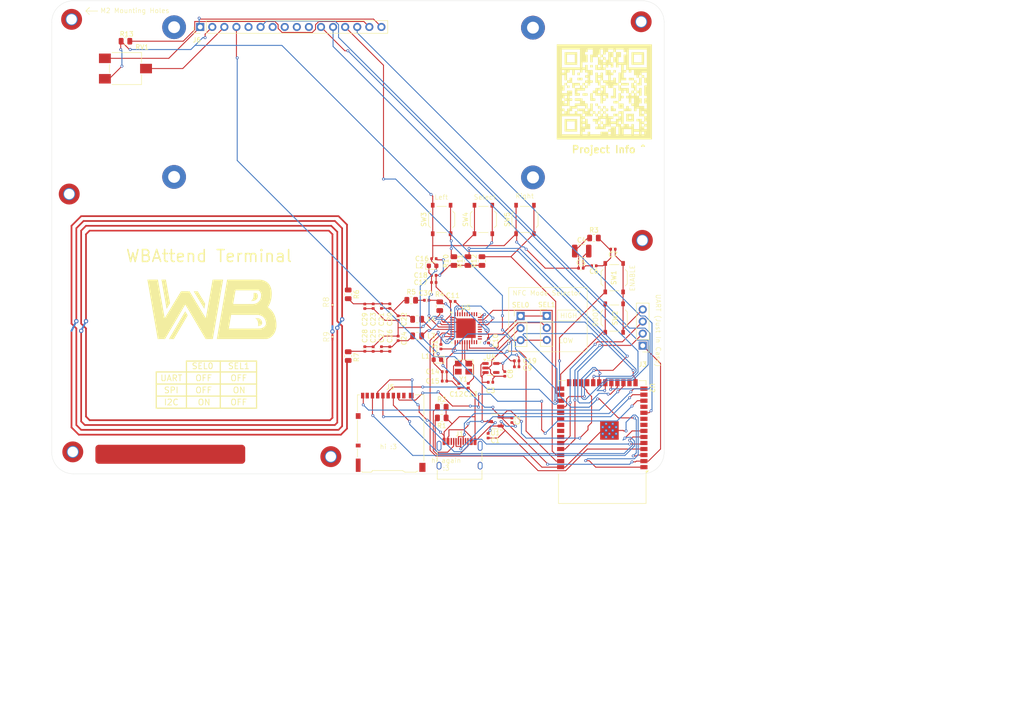
<source format=kicad_pcb>
(kicad_pcb (version 20240108) (generator "pcbnew") (generator_version "8.0")
  (title_block (title "WarriorAttend Station PCB") (date "2024-07-17") (rev "v2.1") (company "WarriorBorgs 3256") (comment 1 "Designed By: Patrick Woollvin (MrPurpleSocks)"))
  (layers (0 "F.Cu" signal) (31 "B.Cu" signal) (34 "B.Paste" user) (35 "F.Paste" user) (36 "B.SilkS" user "B.Silkscreen") (37 "F.SilkS" user "F.Silkscreen") (38 "B.Mask" user) (39 "F.Mask" user) (44 "Edge.Cuts" user))
  (net 0 "")
  (net 1 "VBUS")
  (net 2 "GND")
  (net 3 "VCC")
  (net 4 "/EN")
  (net 5 "VDD")
  (net 6 "Net-(U5-SVDD)")
  (net 7 "Net-(U5-OSCIN)")
  (net 8 "Net-(U5-OSCOUT)")
  (net 9 "Net-(U5-AVDD)")
  (net 10 "Net-(U5-TVDD)")
  (net 11 "Net-(C20-Pad1)")
  (net 12 "Net-(C20-Pad2)")
  (net 13 "Net-(C24-Pad1)")
  (net 14 "Net-(C25-Pad1)")
  (net 15 "Net-(C30-Pad2)")
  (net 16 "Net-(U5-RX)")
  (net 17 "Net-(U5-VMID)")
  (net 18 "/B")
  (net 19 "/R")
  (net 20 "/G")
  (net 21 "/UD-")
  (net 22 "/UD+")
  (net 24 "Net-(J1-CC1)")
  (net 29 "Net-(J1-CC2)")
  (net 31 "/NFC/SEL0")
  (net 32 "Net-(J3-Pin_2)")
  (net 33 "Net-(J3-Pin_3)")
  (net 34 "/NFC/SEL1")
  (net 36 "/SD_DET")
  (net 38 "/SD_SCLK")
  (net 39 "/SD_CS")
  (net 40 "/SD_PICO")
  (net 41 "/SD_POCI")
  (net 43 "/LCD_D7")
  (net 44 "/LCD_D4")
  (net 45 "Net-(J6-Pin_15)")
  (net 48 "/LCD_EN")
  (net 49 "/LCD_D6")
  (net 52 "/LCD_RS")
  (net 53 "/LCD_D5")
  (net 54 "Net-(J6-Pin_3)")
  (net 55 "Net-(U5-TX1)")
  (net 56 "Net-(U5-TX2)")
  (net 57 "/LEFT_PIN")
  (net 58 "/SELECT_PIN")
  (net 59 "/RIGHT_PIN")
  (net 60 "Net-(SW2-A)")
  (net 62 "/NFC/TX")
  (net 63 "/NFC/IRQ")
  (net 67 "/NFC_POCI")
  (net 69 "/NFC/RX")
  (net 76 "/NFC_PICO")
  (net 79 "/NFC/RST")
  (net 80 "/NFC_SCLK")
  (net 82 "/NFC_CS")
  (net 92 "Net-(R7-Pad2)")
  (net 93 "Net-(R6-Pad1)")
  (net 94 "/NEOPIXEL")
  (footprint "Button_Switch_SMD:SW_Push_1P1T_XKB_TS-1187A" (layer "F.Cu") (at 177.575 74.85 90)
    (property "Reference" "SW5")
    (property "Value" "RIGHT")
  )
  (footprint "MountingHole:MountingHole_2.2mm_M2_Pad_TopOnly" (layer "F.Cu") (at 202.25 79.25)
    (property "Reference" "REF**" (hide yes))
    (property "Value" "MountingHole_2.2mm_M2_Pad_TopOnly")
  )
  (footprint "Capacitor_SMD:C_0402_1005Metric" (layer "F.Cu") (at 150.9 99.87 90)
    (property "Reference" "C24")
    (property "Value" "220pF")
  )
  (footprint "Capacitor_SMD:C_0402_1005Metric" (layer "F.Cu") (at 145.65 93.1 90)
    (property "Reference" "C23")
    (property "Value" "100pF")
  )
  (footprint "Resistor_SMD:R_0805_2012Metric" (layer "F.Cu") (at 192.075 78.75)
    (property "Reference" "R3")
    (property "Value" "10k")
  )
  (footprint "Capacitor_SMD:C_0402_1005Metric" (layer "F.Cu") (at 162.4 92.1 180)
    (property "Reference" "C11")
    (property "Value" "10uF")
  )
  (footprint "Capacitor_SMD:C_0402_1005Metric" (layer "F.Cu") (at 192.075 84.6 180)
    (property "Reference" "C6")
    (property "Value" "1uF")
  )
  (footprint "Capacitor_SMD:C_0805_2012Metric" (layer "F.Cu") (at 154.9 95.85 180)
    (property "Reference" "L4")
    (property "Value" "560 nH")
  )
  (footprint "Crystal:Crystal_SMD_3225-4Pin_3.2x2.5mm" (layer "F.Cu") (at 164.65 106.0175 180)
    (property "Reference" "Y1")
    (property "Value" "27.12 MHz")
  )
  (footprint "Connector_PinHeader_2.54mm:PinHeader_1x04_P2.54mm_Vertical" (layer "F.Cu") (at 202.325 101.4 180)
    (property "Reference" "J3")
    (property "Value" "UART")
  )
  (footprint "Button_Switch_SMD:SW_Push_1P1T_XKB_TS-1187A" (layer "F.Cu") (at 196.325 95.6 90)
    (property "Reference" "SW2")
    (property "Value" "BOOT")
  )
  (footprint "Button_Switch_SMD:SW_Push_1P1T_XKB_TS-1187A" (layer "F.Cu") (at 168.825 74.85 90)
    (property "Reference" "SW4")
    (property "Value" "SELECT")
  )
  (footprint "Button_Switch_SMD:SW_Push_1P1T_XKB_TS-1187A" (layer "F.Cu") (at 160.05 74.85 90)
    (property "Reference" "SW3")
    (property "Value" "LEFT")
  )
  (footprint "Resistor_SMD:R_0805_2012Metric" (layer "F.Cu") (at 159.65 93.1 -90)
    (property "Reference" "R4")
    (property "Value" "1k")
  )
  (footprint "Capacitor_SMD:C_0402_1005Metric" (layer "F.Cu") (at 175.825 105.85)
    (property "Reference" "C9")
    (property "Value" "0.1uF")
  )
  (footprint "Capacitor_SMD:C_0402_1005Metric" (layer "F.Cu") (at 175.825 104.6 180)
    (property "Reference" "C19")
    (property "Value" "0.1uF")
  )
  (footprint "Capacitor_SMD:C_0402_1005Metric" (layer "F.Cu") (at 189.325 85.1)
    (property "Reference" "C5")
    (property "Value" "0.1uF")
  )
  (footprint "Resistor_SMD:R_0805_2012Metric" (layer "F.Cu") (at 93.575 37.35 180)
    (property "Reference" "R13")
    (property "Value" "220")
  )
  (footprint "Capacitor_SMD:C_0402_1005Metric" (layer "F.Cu") (at 159.9 101.62 -90)
    (property "Reference" "C31")
    (property "Value" "0.1uF")
  )
  (footprint "Connector_Card:microSD_HC_Hirose_DM3AT-SF-PEJM5" (layer "F.Cu") (at 149.325 119.635)
    (property "Reference" "J5")
    (property "Value" "Micro_SD_Card_Det1")
  )
  (footprint "Potentiometer_SMD:Potentiometer_ACP_CA6-VSMD_Vertical" (layer "F.Cu") (at 93.575 43.1)
    (property "Reference" "RV1")
    (property "Value" "R_Potentiometer")
  )
  (footprint "Resistor_SMD:R_0805_2012Metric" (layer "F.Cu") (at 162.625 83.6 90)
    (property "Reference" "R10")
    (property "Value" "10k")
  )
  (footprint "Capacitor_SMD:C_0402_1005Metric" (layer "F.Cu") (at 173.325 107.35 -90)
    (property "Reference" "C8")
    (property "Value" "10uF")
  )
  (footprint "MountingHole:MountingHole_2.5mm_Pad_TopBottom" (layer "F.Cu") (at 103.8 34.4)
    (property "Reference" "REF**" (hide yes))
    (property "Value" "MountingHole_2.5mm_Pad_TopBottom")
  )
  (footprint "Capacitor_SMD:C_0402_1005Metric" (layer "F.Cu") (at 196.075 81.1 180)
    (property "Reference" "C7")
    (property "Value" "0.1uF")
  )
  (footprint "Capacitor_SMD:C_0402_1005Metric" (layer "F.Cu") (at 169.9 100.35 90)
    (property "Reference" "C10")
    (property "Value" "0.1uF")
  )
  (footprint "Diode_SMD:D_0603_1608Metric" (layer "F.Cu") (at 159.15 104.35 180)
    (property "Reference" "L1")
    (property "Value" "L_Ferrite")
  )
  (footprint "Resistor_SMD:R_0805_2012Metric" (layer "F.Cu") (at 160.075 116.6 180)
    (property "Reference" "R1")
    (property "Value" "5k1")
  )
  (footprint "Connector_PinHeader_2.54mm:PinHeader_1x16_P2.54mm_Vertical" (layer "F.Cu") (at 109.285 34.35 90)
    (property "Reference" "J6")
    (property "Value" "LCD Connector")
  )
  (footprint "Resistor_SMD:R_0805_2012Metric" (layer "F.Cu") (at 140.4 103.6 -90)
    (property "Reference" "R7")
    (property "Value" "1.5")
  )
  (footprint "Package_DFN_QFN:HVQFN-40-1EP_6x6mm_P0.5mm_EP4.1x4.1mm" (layer "F.Cu") (at 165.15 97.73)
    (property "Reference" "U5")
    (property "Value" "PN5321A3HN_C1xx")
  )
  (footprint "Adafruit PN532_Breakout_v1.6(1):R0201" (layer "F.Cu") (at 137.094 92.823 90)
    (property "Reference" "R8")
    (property "Value" "NC")
  )
  (footprint "Capacitor_SMD:C_0402_1005Metric" (layer "F.Cu") (at 169.825 120.35 -90)
    (property "Reference" "C1")
    (property "Value" "1uF")
  )
  (footprint "RF_Module:ESP32-S3-WROOM-1" (layer "F.Cu") (at 193.825 121.7 180)
    (property "Reference" "U2")
    (property "Value" "ESP32-S3-WROOM-1")
  )
  (footprint "Connector_USB:USB_C_Receptacle_HRO_TYPE-C-31-M-12" (layer "F.Cu") (at 163.825 125.6)
    (property "Reference" "J1")
    (property "Value" "USB_C_Receptacle_USB2.0_16P")
  )
  (footprint "Resistor_SMD:R_0805_2012Metric" (layer "F.Cu") (at 153.65 91.85 180)
    (property "Reference" "R5")
    (property "Value" "1.69k")
  )
  (footprint "Resistor_SMD:R_0805_2012Metric" (layer "F.Cu") (at 168.525 83.6 90)
    (property "Reference" "R12")
    (property "Value" "10k")
  )
  (footprint "LOGO" (layer "F.Cu") (at 111.75 93.75)
    (property "Reference" "G***" (hide yes))
    (property "Value" "LOGO" (hide yes))
  )
  (footprint "Capacitor_SMD:C_0402_1005Metric" (layer "F.Cu") (at 156.9 91.85 180)
    (property "Reference" "C30")
    (property "Value" "1000pF")
  )
  (footprint "Capacitor_SMD:C_0402_1005Metric" (layer "F.Cu") (at 143.9 102.1 90)
    (property "Reference" "C28")
    (property "Value" "NC")
  )
  (footprint "MountingHole:MountingHole_2.5mm_Pad_TopBottom" (layer "F.Cu") (at 103.8 65.9)
    (property "Reference" "REF**" (hide yes))
    (property "Value" "MountingHole_2.5mm_Pad_TopBottom")
  )
  (footprint "Capacitor_SMD:C_0402_1005Metric" (layer "F.Cu") (at 165.65 109.83 90)
    (property "Reference" "C13")
    (property "Value" "22pF")
  )
  (footprint "Capacitor_SMD:C_0402_1005Metric" (layer "F.Cu") (at 160.65 108.85)
    (property "Reference" "C15")
    (property "Value" "10uF")
  )
  (footprint "Capacitor_SMD:C_0402_1005Metric" (layer "F.Cu") (at 150.9 95.6 90)
    (property "Reference" "C22")
    (property "Value" "220PF")
  )
  (footprint "Resistor_SMD:R_0805_2012Metric" (layer "F.Cu") (at 140.4 90.6 90)
    (property "Reference" "R6")
    (property "Value" "1.5")
  )
  (footprint "" (layer "F.Cu") (at 179.25 34.5)
    (property "Reference" "")
    (property "Value" "")
  )
  (footprint "Capacitor_SMD:C_0402_1005Metric" (layer "F.Cu") (at 160.65 106.88)
    (property "Reference" "C14")
    (property "Value" "0.1uF")
  )
  (footprint "MountingHole:MountingHole_2.2mm_M2_Pad_TopOnly" (layer "F.Cu") (at 202 33.25)
    (property "Reference" "REF**" (hide yes))
    (property "Value" "MountingHole_2.2mm_M2_Pad_TopOnly")
  )
  (footprint "MountingHole:MountingHole_2.2mm_M2_Pad_TopOnly" (layer "F.Cu") (at 82.25 32.75)
    (property "Reference" "REF**" (hide yes))
    (property "Value" "MountingHole_2.2mm_M2_Pad_TopOnly")
  )
  (footprint "Capacitor_SMD:C_0402_1005Metric" (layer "F.Cu") (at 149.15 102.12 90)
    (property "Reference" "C26")
    (property "Value" "NC")
  )
  (footprint "Package_TO_SOT_SMD:SOT-23-3" (layer "F.Cu") (at 171.325 117.35 180)
    (property "Reference" "U1")
    (property "Value" "XC6206PxxxMR")
  )
  (footprint "MountingHole:MountingHole_2.5mm_Pad_TopBottom" (layer "F.Cu") (at 179.25 34.5)
    (property "Reference" "REF**" (hide yes))
    (property "Value" "MountingHole_2.5mm_Pad_TopBottom")
  )
  (footprint "Capacitor_SMD:C_0402_1005Metric" (layer "F.Cu") (at 149.15 93.08 90)
    (property "Reference" "C20")
    (property "Value" "NC")
  )
  (footprint "Capacitor_SMD:C_0402_1005Metric" (layer "F.Cu") (at 147.4 102.1 90)
    (property "Reference" "C27")
    (property "Value" "22pF")
  )
  (footprint "MountingHole:MountingHole_2.2mm_M2_Pad_TopOnly" (layer "F.Cu") (at 136.75 124.75)
    (property "Reference" "REF**" (hide yes))
    (property "Value" "MountingHole_2.2mm_M2_Pad_TopOnly")
  )
  (footprint "MountingHole:MountingHole_2.5mm_Pad_TopBottom" (layer "F.Cu") (at 179.25 66)
    (property "Reference" "REF**" (hide yes))
    (property "Value" "MountingHole_2.5mm_Pad_TopBottom")
  )
  (footprint "" (layer "F.Cu") (at 179.25 66)
    (property "Reference" "")
    (property "Value" "")
  )
  (footprint "Capacitor_SMD:C_0402_1005Metric" (layer "F.Cu") (at 145.65 102.12 90)
    (property "Reference" "C25")
    (property "Value" "100pF")
  )
  (footprint "Capacitor_SMD:C_0402_1005Metric" (layer "F.Cu") (at 158.4 86.6)
    (property "Reference" "C18")
    (property "Value" "10uF")
  )
  (footprint "Adafruit PN532_Breakout_v1.6(1):R0201" (layer "F.Cu") (at 137.094 99.554 -90)
    (property "Reference" "R9")
    (property "Value" "NC")
  )
  (footprint "Capacitor_SMD:C_0402_1005Metric" (layer "F.Cu") (at 163.68 109.83 90)
    (property "Reference" "C12")
    (property "Value" "22pF")
  )
  (footprint "Capacitor_SMD:C_0402_1005Metric" (layer "F.Cu") (at 158.4 88.1)
    (property "Reference" "C17")
    (property "Value" "0.1uF")
  )
  (footprint "Resistor_SMD:R_0805_2012Metric" (layer "F.Cu") (at 160.075 114.35)
    (property "Reference" "R2")
    (property "Value" "5k1")
  )
  (footprint "Button_Switch_SMD:SW_Push_1P1T_XKB_TS-1187A" (layer "F.Cu") (at 196.325 87.1 -90)
    (property "Reference" "SW1")
    (property "Value" "EN")
  )
  (footprint "Capacitor_SMD:C_0402_1005Metric" (layer "F.Cu") (at 174.825 117.1 -90)
    (property "Reference" "C2")
    (property "Value" "1uF")
  )
  (footprint "Capacitor_SMD:C_0805_2012Metric" (layer "F.Cu") (at 154.9 99.35 180)
    (property "Reference" "L3")
    (property "Value" "560nH")
  )
  (footprint "Package_TO_SOT_SMD:SOT-23-5" (layer "F.Cu") (at 170.4 106.1)
    (property "Reference" "U4")
    (property "Value" "MIC5225-3.3YM5-TR")
  )
  (footprint "Connector_PinHeader_2.54mm:PinHeader_1x03_P2.54mm_Vertical" (layer "F.Cu") (at 182.15 95.1275)
    (property "Reference" "SEL1")
    (property "Value" "SEL1")
  )
  (footprint "Connector_PinHeader_2.54mm:PinHeader_1x03_P2.54mm_Vertical" (layer "F.Cu") (at 176.65 95.1675)
    (property "Reference" "SEL0")
    (property "Value" "SEL0")
  )
  (footprint "MountingHole:MountingHole_2.2mm_M2_Pad_TopOnly" (layer "F.Cu") (at 81.75 69.5)
    (property "Reference" "REF**" (hide yes))
    (property "Value" "MountingHole_2.2mm_M2_Pad_TopOnly")
  )
  (footprint "Capacitor_SMD:C_0402_1005Metric" (layer "F.Cu") (at 158.42 83.1)
    (property "Reference" "C16")
    (property "Value" "0.1uF")
  )
  (footprint "MountingHole:MountingHole_2.2mm_M2_Pad_TopOnly" (layer "F.Cu") (at 82.5 123.75)
    (property "Reference" "REF**" (hide yes))
    (property "Value" "MountingHole_2.2mm_M2_Pad_TopOnly")
  )
  (footprint "Capacitor_SMD:C_0402_1005Metric" (layer "F.Cu") (at 170.325 109.1)
    (property "Reference" "C3")
    (property "Value" "10uF")
  )
  (footprint "Capacitor_SMD:C_0402_1005Metric" (layer "F.Cu") (at 143.9 93.12 90)
    (property "Reference" "C29")
    (property "Value" "NC")
  )
  (footprint "Diode_SMD:D_0603_1608Metric" (layer "F.Cu") (at 158.15 84.6)
    (property "Reference" "L2")
    (property "Value" "L_Ferrite")
  )
  (footprint "Resistor_SMD:R_0805_2012Metric" (layer "F.Cu") (at 165.575 83.6 90)
    (property "Reference" "R11")
    (property "Value" "10k")
  )
  (footprint "Capacitor_SMD:C_0402_1005Metric" (layer "F.Cu") (at 147.4 93.08 90)
    (property "Reference" "C21")
    (property "Value" "22pF")
  )
  (footprint "LOGO" (layer "F.Cu") (at 194.25 48)
    (property "Reference" "G***" (hide yes))
    (property "Value" "LOGO" (hide yes))
  )
  (footprint "Capacitor_SMD:C_1210_3225Metric" (layer "F.Cu") (at 189.5 81.5)
    (property "Reference" "C4")
    (property "Value" "22uF")
  )
  (gr_poly (pts (arc (start 118 126.25) (mid 118.53033 126.03033) (end 118.75 125.5)) (arc (start 118.75 123) (mid 118.53033 122.46967) (end 118 122.25)) (arc (start 88 122.25) (mid 87.46967 122.46967) (end 87.25 123)) (arc (start 87.25 125.5) (mid 87.46967 126.03033) (end 88 126.25))) (fill solid) (layer "F.Cu"))
  (gr_line (start 113.512 104.647) (end 113.512 114.553) (stroke (width 0.254)) (layer "F.SilkS"))
  (gr_line (start 85.25 31) (end 86 30.25) (stroke (width 0.1)) (layer "F.SilkS"))
  (gr_line (start 87.75 31) (end 85.25 31) (stroke (width 0.1)) (layer "F.SilkS"))
  (gr_line (start 121.132 114.553) (end 121.132 112.013) (stroke (width 0.254)) (layer "F.SilkS"))
  (gr_line (start 86 30.25) (end 85.25 31) (stroke (width 0.1)) (layer "F.SilkS"))
  (gr_line (start 100.05 109.473) (end 100.05 114.553) (stroke (width 0.254)) (layer "F.SilkS"))
  (gr_line (start 106.4 114.553) (end 113.512 114.553) (stroke (width 0.254)) (layer "F.SilkS"))
  (gr_line (start 121.132 106.933) (end 121.132 104.647) (stroke (width 0.254)) (layer "F.SilkS"))
  (gr_line (start 100.05 114.553) (end 106.4 114.553) (stroke (width 0.254)) (layer "F.SilkS"))
  (gr_line (start 121.132 112.013) (end 121.132 109.473) (stroke (width 0.254)) (layer "F.SilkS"))
  (gr_line (start 100.05 109.473) (end 100.05 106.933) (stroke (width 0.254)) (layer "F.SilkS"))
  (gr_line (start 100.05 109.473) (end 121.132 109.473) (stroke (width 0.254)) (layer "F.SilkS"))
  (gr_line (start 100.05 106.933) (end 121.132 106.933) (stroke (width 0.254)) (layer "F.SilkS"))
  (gr_line (start 106.4 104.647) (end 106.4 114.553) (stroke (width 0.254)) (layer "F.SilkS"))
  (gr_line (start 100.304 112.013) (end 121.132 112.013) (stroke (width 0.254)) (layer "F.SilkS"))
  (gr_line (start 121.132 104.647) (end 113.512 104.647) (stroke (width 0.254)) (layer "F.SilkS"))
  (gr_rect (start 174.15 89.1675) (end 190.65 102.6675) (stroke (width 0.1)) (fill none) (layer "F.SilkS"))
  (gr_line (start 113.512 114.553) (end 121.132 114.553) (stroke (width 0.254)) (layer "F.SilkS"))
  (gr_line (start 85.25 31) (end 86 31.75) (stroke (width 0.1)) (layer "F.SilkS"))
  (gr_line (start 121.132 109.473) (end 121.132 106.933) (stroke (width 0.254)) (layer "F.SilkS"))
  (gr_line (start 113.512 104.647) (end 106.4 104.647) (stroke (width 0.254)) (layer "F.SilkS"))
  (gr_rect (start 184.4 93.9175) (end 189.15 96.1675) (stroke (width 0.1)) (fill none) (layer "F.SilkS"))
  (gr_line (start 78.075 33.35) (end 78.075 123.85) (stroke (width 0.05)) (layer "Edge.Cuts"))
  (gr_arc (start 202.325 28.85) (mid 205.506981 30.168019) (end 206.825 33.35) (stroke (width 0.05)) (layer "Edge.Cuts"))
  (gr_line (start 206.825 123.85) (end 206.825 33.35) (stroke (width 0.05)) (layer "Edge.Cuts"))
  (gr_line (start 202.325 28.85) (end 82.575 28.85) (stroke (width 0.05)) (layer "Edge.Cuts"))
  (gr_arc (start 78.075 33.35) (mid 79.393019 30.168019) (end 82.575 28.85) (stroke (width 0.05)) (layer "Edge.Cuts"))
  (gr_line (start 82.575 128.35) (end 202.325 128.35) (stroke (width 0.05)) (layer "Edge.Cuts"))
  (gr_arc (start 206.825 123.85) (mid 205.506981 127.031981) (end 202.325 128.35) (stroke (width 0.05)) (layer "Edge.Cuts"))
  (gr_arc (start 82.575 128.35) (mid 79.393019 127.031981) (end 78.075 123.85) (stroke (width 0.05)) (layer "Edge.Cuts"))
  (gr_text "Right" (at 175.5 70.5 0) (layer "F.SilkS") (effects (font (size 1 1) (thickness 0.1)) (justify left bottom)))
  (gr_text "ENABLE" (at 200.75 90 90) (layer "F.SilkS") (effects (font (size 1 1) (thickness 0.1)) (justify left bottom)))
  (gr_text "NFC Mode Selector\n" (at 174.9 90.9175 0) (layer "F.SilkS") (effects (font (size 1 1) (thickness 0.1)) (justify left bottom)))
  (gr_text "hi :3" (at 147 123.25 0) (layer "F.SilkS") (effects (font (size 1 1) (thickness 0.1)) (justify left bottom)))
  (gr_text "OFF" (at 115.544 108.965 0) (layer "F.SilkS") (effects (font (size 1.251712 1.251712) (thickness 0.170688)) (justify left bottom)))
  (gr_text "OFF" (at 108.178 111.505 0) (layer "F.SilkS") (effects (font (size 1.251712 1.251712) (thickness 0.170688)) (justify left bottom)))
  (gr_text "OFF" (at 108.178 108.965 0) (layer "F.SilkS") (effects (font (size 1.251712 1.251712) (thickness 0.170688)) (justify left bottom)))
  (gr_text "I2C" (at 101.574 114.045 0) (layer "F.SilkS") (effects (font (size 1.251712 1.251712) (thickness 0.170688)) (justify left bottom)))
  (gr_text "Project Info ^" (at 187.25 61 0) (layer "F.SilkS") (effects (font (size 1.5 1.5) (thickness 0.3) (bold yes)) (justify left bottom)))
  (gr_text "BOOT" (at 193 97.5 90) (layer "F.SilkS") (effects (font (size 1 1) (thickness 0.1)) (justify left bottom)))
  (gr_text "Left" (at 158.5 70.75 0) (layer "F.SilkS") (effects (font (size 1 1) (thickness 0.1)) (justify left bottom)))
  (gr_text "HIGH\n" (at 184.9 95.6675 0) (layer "F.SilkS") (effects (font (size 1 1) (thickness 0.1)) (justify left bottom)))
  (gr_text "ON" (at 108.686 114.045 0) (layer "F.SilkS") (effects (font (size 1.251712 1.251712) (thickness 0.170688)) (justify left bottom)))
  (gr_text "M2 Mounting Holes" (at 88.25 31.5 0) (layer "F.SilkS") (effects (font (size 1 1) (thickness 0.1)) (justify left bottom)))
  (gr_text "ON" (at 116.052 111.505 0) (layer "F.SilkS") (effects (font (size 1.251712 1.251712) (thickness 0.170688)) (justify left bottom)))
  (gr_text "hi again\n:3" (at 161 127.75 0) (layer "F.SilkS") (effects (font (size 1 1) (thickness 0.1)) (justify bottom)))
  (gr_text "WBAttend Terminal" (at 93.5 84 0) (layer "F.SilkS") (effects (font (size 2.5 2.5) (thickness 0.312928) (bold yes)) (justify left bottom)))
  (gr_text "Select" (at 166.75 70.75 0) (layer "F.SilkS") (effects (font (size 1 1) (thickness 0.1)) (justify left bottom)))
  (gr_text "LOW\n" (at 184.65 100.9175 0) (layer "F.SilkS") (effects (font (size 1 1) (thickness 0.1)) (justify left bottom)))
  (gr_text "SEL1" (at 115.036 106.425 0) (layer "F.SilkS") (effects (font (size 1.251712 1.251712) (thickness 0.170688)) (justify left bottom)))
  (gr_text "SPI" (at 101.574 111.505 0) (layer "F.SilkS") (effects (font (size 1.251712 1.251712) (thickness 0.170688)) (justify left bottom)))
  (gr_text "SEL0" (at 107.416 106.425 0) (layer "F.SilkS") (effects (font (size 1.251712 1.251712) (thickness 0.170688)) (justify left bottom)))
  (gr_text "UART" (at 100.812 108.965 0) (layer "F.SilkS") (effects (font (size 1.251712 1.251712) (thickness 0.170688)) (justify left bottom)))
  (gr_text "UART (Just In Case)" (at 205 90.5 -90) (layer "F.SilkS") (effects (font (size 1 1) (thickness 0.1)) (justify left bottom)))
  (gr_text "OFF" (at 115.544 114.045 0) (layer "F.SilkS") (effects (font (size 1.251712 1.251712) (thickness 0.170688)) (justify left bottom)))
  (segment (start 168.575 109.1) (end 169.845 109.1) (width 0.2) (layer "F.Cu") (net 1))
  (segment (start 169.2625 105.15) (end 168.600001 105.15) (width 0.2) (layer "F.Cu") (net 1))
  (segment (start 161.575 120.43) (end 161.575 119.1) (width 0.2) (layer "F.Cu") (net 1))
  (segment (start 165.575 118.27) (end 165.575 117.85) (width 0.2) (layer "F.Cu") (net 1))
  (segment (start 168.3 105.450001) (end 168.3 107.825) (width 0.2) (layer "F.Cu") (net 1))
  (segment (start 169.825 119.87) (end 169.825 119.65353) (width 0.2) (layer "F.Cu") (net 1))
  (segment (start 164.745 119.1) (end 166.275 120.63) (width 0.2) (layer "F.Cu") (net 1))
  (segment (start 168.575 109.1) (end 168.575 117.35) (width 0.2) (layer "F.Cu") (net 1))
  (segment (start 169.2625 107.05) (end 168.575 107.7375) (width 0.2) (layer "F.Cu") (net 1))
  (segment (start 161.375 121.555) (end 161.375 120.63) (width 0.2) (layer "F.Cu") (net 1))
  (segment (start 169.825 119.65353) (end 170.226765 119.251765) (width 0.2) (layer "F.Cu") (net 1))
  (segment (start 170.4375 117.6) (end 170.1875 117.35) (width 0.2) (layer "F.Cu") (net 1))
  (segment (start 164.745 119.1) (end 165.575 118.27) (width 0.2) (layer "F.Cu") (net 1))
  (segment (start 168.3 107.825) (end 168.575 108.1) (width 0.2) (layer "F.Cu") (net 1))
  (segment (start 168.575 108.1) (end 168.575 109.1) (width 0.2) (layer "F.Cu") (net 1))
  (segment (start 168.575 117.35) (end 170.1875 117.35) (width 0.2) (layer "F.Cu") (net 1))
  (segment (start 166.275 120.63) (end 166.275 121.555) (width 0.2) (layer "F.Cu") (net 1))
  (segment (start 161.375 120.63) (end 161.575 120.43) (width 0.2) (layer "F.Cu") (net 1))
  (segment (start 161.575 119.1) (end 164.745 119.1) (width 0.2) (layer "F.Cu") (net 1))
  (segment (start 171.325 117.6) (end 170.4375 117.6) (width 0.2) (layer "F.Cu") (net 1))
  (segment (start 168.600001 105.15) (end 168.3 105.450001) (width 0.2) (layer "F.Cu") (net 1))
  (segment (start 168.575 107.7375) (end 168.575 108.1) (width 0.2) (layer "F.Cu") (net 1))
  (via (at 171.325 117.6) (size 0.6) (drill 0.3) (layers "F.Cu" "B.Cu") (net 1))
  (via (at 168.575 117.35) (size 0.6) (drill 0.3) (layers "F.Cu" "B.Cu") (net 1))
  (via (at 170.226765 119.251765) (size 0.6) (drill 0.3) (layers "F.Cu" "B.Cu") (net 1))
  (via (at 165.575 117.85) (size 0.6) (drill 0.3) (layers "F.Cu" "B.Cu") (net 1))
  (segment (start 170.226765 118.698235) (end 171.325 117.6) (width 0.2) (layer "B.Cu") (net 1))
  (segment (start 166.075 117.35) (end 168.575 117.35) (width 0.2) (layer "B.Cu") (net 1))
  (segment (start 165.575 117.85) (end 166.075 117.35) (width 0.2) (layer "B.Cu") (net 1))
  (segment (start 170.226765 119.251765) (end 170.226765 118.698235) (width 0.2) (layer "B.Cu") (net 1))
  (segment (start 161.92 94.96) (end 160.4 96.48) (width 0.2) (layer "F.Cu") (net 2))
  (segment (start 155.9 97.6) (end 156.15 97.35) (width 0.2) (layer "F.Cu") (net 2))
  (segment (start 173.41875 119.25625) (end 181.1225 126.96) (width 0.2) (layer "F.Cu") (net 2))
  (segment (start 161.92 92.1) (end 161.92 94.96) (width 0.2) (layer "F.Cu") (net 2))
  (segment (start 148.15 96.08) (end 150.9 96.08) (width 0.2) (layer "F.Cu") (net 2))
  (segment (start 169.9 100.83) (end 169.9125 100.83) (width 0.2) (layer "F.Cu") (net 2))
  (segment (start 182.15 99.9725) (end 181.875 100.2475) (width 0.2) (layer "F.Cu") (net 2))
  (segment (start 190.975 81.5) (end 189.805 82.67) (width 0.2) (layer "F.Cu") (net 2))
  (segment (start 198.325 119.35) (end 198.215 119.24) (width 0.2) (layer "F.Cu") (net 2))
  (segment (start 198.2 97.905) (end 198.2 98.6) (width 0.2) (layer "F.Cu") (net 2))
  (segment (start 150.9 97.6) (end 150.9 99.39) (width 0.2) (layer "F.Cu") (net 2))
  (segment (start 191.595 84.6) (end 190.305 84.6) (width 0.2) (layer "F.Cu") (net 2))
  (segment (start 160.4 96.48) (end 162.2125 96.48) (width 0.2) (layer "F.Cu") (net 2))
  (segment (start 109.275 32.7) (end 109.075 32.5) (width 0.2) (layer "F.Cu") (net 2))
  (segment (start 147.385 34.35) (end 145.735 32.7) (width 0.2) (layer "F.Cu") (net 2))
  (segment (start 198.2 84.1) (end 198.2 90.1) (width 0.2) (layer "F.Cu") (net 2))
  (segment (start 196.555 82.455) (end 198.2 84.1) (width 0.2) (layer "F.Cu") (net 2))
  (segment (start 158.88 88.1) (end 158.88 86.6) (width 0.2) (layer "F.Cu") (net 2))
  (segment (start 155.325 115.4) (end 157.025 117.1) (width 0.2) (layer "F.Cu") (net 2))
  (segment (start 162.625 84.5125) (end 161.7375 84.5125) (width 0.2) (layer "F.Cu") (net 2))
  (segment (start 181.875 100.2475) (end 176.65 100.2475) (width 0.2) (layer "F.Cu") (net 2))
  (segment (start 158.88 88.1) (end 158.88 89.06) (width 0.2) (layer "F.Cu") (net 2))
  (segment (start 165.575 84.5125) (end 162.625 84.5125) (width 0.2) (layer "F.Cu") (net 2))
  (segment (start 172.569485 118.193015) (end 172.4625 118.3) (width 0.2) (layer "F.Cu") (net 2))
  (segment (start 170.805 108.35) (end 171.325 107.83) (width 0.2) (layer "F.Cu") (net 2))
  (segment (start 163.759315 116.35) (end 162.292157 117.817157) (width 0.2) (layer "F.Cu") (net 2))
  (segment (start 162.2125 96.48) (end 163.9 96.48) (width 0.2) (layer "F.Cu") (net 2))
  (segment (start 176.65 100.2475) (end 174.82 100.2475) (width 0.2) (layer "F.Cu") (net 2))
  (segment (start 160.9875 114.35) (end 160.9875 116.6) (width 0.2) (layer "F.Cu") (net 2))
  (segment (start 181.1225 126.96) (end 185.075 126.96) (width 0.2) (layer "F.Cu") (net 2))
  (segment (start 167.075 116.35) (end 167.075 121.555) (width 0.2) (layer "F.Cu") (net 2))
  (segment (start 161.13 108.85) (end 161.13 106.88) (width 0.2) (layer "F.Cu") (net 2))
  (segment (start 160.575 119.534315) (end 160.575 121.555) (width 0.2) (layer "F.Cu") (net 2))
  (segment (start 172.4625 118.3) (end 173.41875 119.25625) (width 0.2) (layer "F.Cu") (net 2))
  (segment (start 164.77 97.73) (end 164.02 98.48) (width 0.2) (layer "F.Cu") (net 2))
  (segment (start 192.435 126.96) (end 191.075 125.6) (width 0.2) (layer "F.Cu") (net 2))
  (segment (start 198.825 119.35) (end 198.325 119.35) (width 0.2) (layer "F.Cu") (net 2))
  (segment (start 161.13 106.88) (end 161.13 104.1875) (width 0.2) (layer "F.Cu") (net 2))
  (segment (start 172.4625 118.3) (end 170.33 118.3) (width 0.2) (layer "F.Cu") (net 2))
  (segment (start 162.2125 95.48) (end 162.2625 95.53) (width 0.2) (layer "F.Cu") (net 2))
  (segment (start 158.88 89.06) (end 161.92 92.1) (width 0.2) (layer "F.Cu") (net 2))
  (segment (start 155.075 113.85) (end 155.325 114.1) (width 0.2) (layer "F.Cu") (net 2))
  (segment (start 160.4 83.35) (end 159.15 83.35) (width 0.2) (layer "F.Cu") (net 2))
  (segment (start 164.02 98.48) (end 162.2125 98.48) (width 0.2) (layer "F.Cu") (net 2))
  (segment (start 170.325 107.140552) (end 170.325 106.500001) (width 0.2) (layer "F.Cu") (net 2))
  (segment (start 163.9 96.48) (end 165.15 97.73) (width 0.2) (layer "F.Cu") (net 2))
  (segment (start 167.075 111.735) (end 167.075 116.35) (width 0.2) (layer "F.Cu") (net 2))
  (segment (start 172.52125 102.54625) (end 174.15 100.9175) (width 0.2) (layer "F.Cu") (net 2))
  (segment (start 173.325 107.83) (end 171.325 107.83) (width 0.2) (layer "F.Cu") (net 2))
  (segment (start 159.15 83.35) (end 158.9 83.1) (width 0.2) (layer "F.Cu") (net 2))
  (segment (start 170.33 118.3) (end 167.075 121.555) (width 0.2) (layer "F.Cu") (net 2))
  (segment (start 175.345 104.6) (end 174.575 104.6) (width 0.2) (layer "F.Cu") (net 2))
  (segment (start 147.9 99.39) (end 150.9 99.39) (width 0.2) (layer "F.Cu") (net 2))
  (segment (start 185.075 126.96) (end 186.025 126.96) (width 0.2) (layer "F.Cu") (net 2))
  (segment (start 167.075 116.35) (end 163.759315 116.35) (width 0.2) (layer "F.Cu") (net 2))
  (segment (start 166.4 100.6675) (end 166.4 98.98) (width 0.2) (layer "F.Cu") (net 2))
  (segment (start 145.63 101.62) (end 145.65 101.64) (width 0.2) (layer "F.Cu") (net 2))
  (segment (start 150.9 96.08) (end 150.9 97.6) (width 0.2) (layer "F.Cu") (net 2))
  (segment (start 162.22 108.85) (end 163.68 110.31) (width 0.2) (layer "F.Cu") (net 2))
  (segment (start 150.9 97.6) (end 155.9 97.6) (width 0.2) (layer "F.Cu") (net 2))
  (segment (start 171.325 107.83) (end 171.014448 107.83) (width 0.2) (layer "F.Cu") (net 2))
  (segment (start 145.65 93.58) (end 148.15 96.08) (width 0.2) (layer "F.Cu") (net 2))
  (segment (start 198.2 90.1) (end 198.2 92.6) (width 0.2) (layer "F.Cu") (net 2))
  (segment (start 145.735 32.7) (end 109.275 32.7) (width 0.2) (layer "F.Cu") (net 2))
  (segment (start 160.097213 96.177213) (end 160.4 96.48) (width 0.2) (layer "F.Cu") (net 2))
  (segment (start 186.025 126.96) (end 193.745 119.24) (width 0.2) (layer "F.Cu") (net 2))
  (segment (start 169.825 120.83) (end 171.845 120.83) (width 0.2) (layer "F.Cu") (net 2))
  (segment (start 165.65 110.31) (end 167.075 111.735) (width 0.2) (layer "F.Cu") (net 2))
  (segment (start 198.2 98.6) (end 198.2 92.6) (width 0.2) (layer "F.Cu") (net 2))
  (segment (start 198.215 119.24) (end 195.325 119.24) (width 0.2) (layer "F.Cu") (net 2))
  (segment (start 190.305 84.6) (end 189.805 85.1) (width 0.2) (layer "F.Cu") (net 2))
  (segment (start 155.325 114.1) (end 155.325 115.4) (width 0.2) (layer "F.Cu") (net 2))
  (segment (start 158.88 86.6) (end 159.65 86.6) (width 0.2) (layer "F.Cu") (net 2))
  (segment (start 174.825 117.58) (end 174.825 117.6) (width 0.2) (layer "F.Cu") (net 2))
  (segment (start 143.9 101.62) (end 145.63 101.62) (width 0.2) (layer "F.Cu") (net 2))
  (segment (start 165.15 97.73) (end 164.77 97.73) (width 0.2) (layer "F.Cu") (net 2))
  (segment (start 159.9 102.1) (end 162.5825 102.1) (width 0.2) (layer "F.Cu") (net 2))
  (segment (start 169.924999 106.1) (end 170.575 105.449999) (width 0.2) (layer "F.Cu") (net 2))
  (segment (start 169.9125 100.83) (end 170.4 101.3175) (width 0.2) (layer "F.Cu") (net 2))
  (segment (start 161.7375 84.5125) (end 159.65 86.6) (width 0.2) (layer "F.Cu") (net 2))
  (segment (start 171.014448 107.83) (end 170.325 107.140552) (width 0.2) (layer "F.Cu") (net 2))
  (segment (start 166.4 98.98) (end 165.15 97.73) (width 0.2) (layer "F.Cu") (net 2))
  (segment (start 146.6 111.11) (end 149.11 108.6) (width 0.2) (layer "F.Cu") (net 2))
  (segment (start 191.075 125.6) (end 190.325 125.6) (width 0.2) (layer "F.Cu") (net 2))
  (segment (start 162.292157 117.817157) (end 160.575 119.534315) (width 0.2) (layer "F.Cu") (net 2))
  (segment (start 170.805 109.1) (end 170.805 108.35) (width 0.2) (layer "F.Cu") (net 2))
  (segment (start 162.204657 117.817157) (end 162.292157 117.817157) (width 0.2) (layer "F.Cu") (net 2))
  (segment (start 189.805 82.67) (end 189.805 85.1) (width 0.2) (layer "F.Cu") (net 2))
  (segment (start 170.325 106.500001) (end 169.924999 106.1) (width 0.2) (layer "F.Cu") (net 2))
  (segment (start 159.825 119.6) (end 160.575 120.35) (width 0.2) (layer "F.Cu") (net 2))
  (segment (start 161.13 108.85) (end 162.22 108.85) (width 0.2) (layer "F.Cu") (net 2))
  (segment (start 160.575 120.35) (end 160.575 121.555) (width 0.2) (layer "F.Cu") (net 2))
  (segment (start 109.285 34.35) (end 102.685 40.95) (width 0.2) (layer "F.Cu") (net 2))
  (segment (start 202.325 93.78) (end 198.2 97.905) (width 0.2) (layer "F.Cu") (net 2))
  (segment (start 193.745 119.24) (end 195.325 119.24) (width 0.2) (layer "F.Cu") (net 2))
  (segment (start 161.13 104.1875) (end 162.9 102.4175) (width 0.2) (layer "F.Cu") (net 2))
  (segment (start 143.9 93.6) (end 145.63 93.6) (width 0.2) (layer "F.Cu") (net 2))
  (segment (start 162.2625 95.53) (end 162.95 95.53) (width 0.2) (layer "F.Cu") (net 2))
  (segment (start 196.555 81.1) (end 196.555 82.455) (width 0.2) (layer "F.Cu") (net 2))
  (segment (start 162.95 95.53) (end 165.15 97.73) (width 0.2) (layer "F.Cu") (net 2))
  (segment (start 174.575 104.6) (end 172.52125 102.54625) (width 0.2) (layer "F.Cu") (net 2))
  (segment (start 162.5825 102.1) (end 162.9 102.4175) (width 0.2) (layer "F.Cu") (net 2))
  (segment (start 174.825 117.6) (end 175.575 118.35) (width 0.2) (layer "F.Cu") (net 2))
  (segment (start 202.575 126.96) (end 192.435 126.96) (width 0.2) (layer "F.Cu") (net 2))
  (segment (start 163.68 110.31) (end 165.65 110.31) (width 0.2) (layer "F.Cu") (net 2))
  (segment (start 160.097213 95.250001) (end 160.097213 96.177213) (width 0.2) (layer "F.Cu") (net 2))
  (segment (start 168.525 84.5125) (end 165.575 84.5125) (width 0.2) (layer "F.Cu") (net 2))
  (segment (start 102.685 40.95) (end 89.25 40.95) (width 0.2) (layer "F.Cu") (net 2))
  (segment (start 169.924999 106.1) (end 169.2625 106.1) (width 0.2) (layer "F.Cu") (net 2))
  (segment (start 162.9 102.4175) (end 162.9 100.6675) (width 0.2) (layer "F.Cu") (net 2))
  (segment (start 145.65 101.64) (end 147.9 99.39) (width 0.2) (layer "F.Cu") (net 2))
  (segment (start 146.6 111.91) (end 146.6 111.11) (width 0.2) (layer "F.Cu") (net 2))
  (segment (start 172.569485 117.355515) (end 172.569485 118.193015) (width 0.2) (layer "F.Cu") (net 2))
  (segment (start 171.845 120.83) (end 173.41875 119.25625) (width 0.2) (layer "F.Cu") (net 2))
  (segment (start 170.575 104.4925) (end 172.52125 102.54625) (width 0.2) (layer "F.Cu") (net 2))
  (segment (start 149.11 108.6) (end 153.825 108.6) (width 0.2) (layer "F.Cu") (net 2))
  (segment (start 160.9875 116.6) (end 162.204657 117.817157) (width 0.2) (layer "F.Cu") (net 2))
  (segment (start 175.345 105.85) (end 175.345 104.6) (width 0.2) (layer "F.Cu") (net 2))
  (segment (start 145.63 93.6) (end 145.65 93.58) (width 0.2) (layer "F.Cu") (net 2))
  (segment (start 174.82 100.2475) (end 174.15 100.9175) (width 0.2) (layer "F.Cu") (net 2))
  (segment (start 170.575 105.449999) (end 170.575 104.4925) (width 0.2) (layer "F.Cu") (net 2))
  (via (at 153.825 108.6) (size 0.6) (drill 0.3) (layers "F.Cu" "B.Cu") (net 2))
  (via (at 190.325 125.6) (size 0.6) (drill 0.3) (layers "F.Cu" "B.Cu") (net 2))
  (via (at 162.9 102.4175) (size 0.6) (drill 0.3) (layers "F.Cu" "B.Cu") (net 2))
  (via (at 172.569485 117.355515) (size 0.6) (drill 0.3) (layers "F.Cu" "B.Cu") (net 2))
  (via (at 159.65 86.6) (size 0.6) (drill 0.3) (layers "F.Cu" "B.Cu") (net 2))
  (via (at 155.075 113.85) (size 0.6) (drill 0.3) (layers "F.Cu" "B.Cu") (net 2))
  (via (at 198.825 119.35) (size 0.6) (drill 0.3) (layers "F.Cu" "B.Cu") (net 2))
  (via (at 175.575 118.35) (size 0.6) (drill 0.3) (layers "F.Cu" "B.Cu") (net 2))
  (via (at 159.825 119.6) (size 0.6) (drill 0.3) (layers "F.Cu" "B.Cu") (net 2))
  (via (at 160.097213 95.250001) (size 0.6) (drill 0.3) (layers "F.Cu" "B.Cu") (net 2))
  (via (at 174.15 100.9175) (size 0.6) (drill 0.3) (layers "F.Cu" "B.Cu") (net 2))
  (via (at 156.15 97.35) (size 0.6) (drill 0.3) (layers "F.Cu" "B.Cu") (net 2))
  (via (at 170.4 101.3175) (size 0.6) (drill 0.3) (layers "F.Cu" "B.Cu") (net 2))
  (via (at 109.075 32.5) (size 0.6) (drill 0.3) (layers "F.Cu" "B.Cu") (net 2))
  (via (at 160.4 83.35) (size 0.6) (drill 0.3) (layers "F.Cu" "B.Cu") (net 2))
  (via (at 157.025 117.1) (size 0.6) (drill 0.3) (layers "F.Cu" "B.Cu") (net 2))
  (segment (start 158.25 95.25) (end 156.15 97.35) (width 0.2) (layer "B.Cu") (net 2))
  (segment (start 171.9 102.4175) (end 162.9 102.4175) (width 0.2) (layer "B.Cu") (net 2))
  (segment (start 157.325 117.1) (end 159.825 119.6) (width 0.2) (layer "B.Cu") (net 2))
  (segment (start 153.825 108.6) (end 153.825 112.6) (width 0.2) (layer "B.Cu") (net 2))
  (segment (start 173.56397 118.35) (end 172.569485 117.355515) (width 0.2) (layer "B.Cu") (net 2))
  (segment (start 157.025 117.1) (end 157.325 117.1) (width 0.2) (layer "B.Cu") (net 2))
  (segment (start 170.8 101.3175) (end 171.9 102.4175) (width 0.2) (layer "B.Cu") (net 2))
  (segment (start 190.725 125.2) (end 200.573529 125.2) (width 0.2) (layer "B.Cu") (net 2))
  (segment (start 190.325 125.6) (end 190.725 125.2) (width 0.2) (layer "B.Cu") (net 2))
  (segment (start 159.65 86.35) (end 160.4 85.6) (width 0.2) (layer "B.Cu") (net 2))
  (segment (start 109.075 32.5) (end 109.075 34.14) (width 0.2) (layer "B.Cu") (net 2))
  (segment (start 200.326471 116) (end 198.825 117.501471) (width 0.2) (layer "B.Cu") (net 2))
  (segment (start 172.65 102.4175) (end 171.9 102.4175) (width 0.2) (layer "B.Cu") (net 2))
  (segment (start 201.375 116.551471) (end 200.823529 116) (width 0.2) (layer "B.Cu") (net 2))
  (segment (start 158.898529 95.25) (end 158.25 95.25) (width 0.2) (layer "B.Cu") (net 2))
  (segment (start 200.573529 125.2) (end 201.375 124.398529) (width 0.2) (layer "B.Cu") (net 2))
  (segment (start 170.4 101.3175) (end 170.8 101.3175) (width 0.2) (layer "B.Cu") (net 2))
  (segment (start 201.375 124.398529) (end 201.375 116.551471) (width 0.2) (layer "B.Cu") (net 2))
  (segment (start 159.65 86.6) (end 159.65 86.35) (width 0.2) (layer "B.Cu") (net 2))
  (segment (start 159.098529 95.45) (end 158.898529 95.25) (width 0.2) (layer "B.Cu") (net 2))
  (segment (start 198.825 117.501471) (end 198.825 119.35) (width 0.2) (layer "B.Cu") (net 2))
  (segment (start 160.097213 95.250001) (end 159.897214 95.45) (width 0.2) (layer "B.Cu") (net 2))
  (segment (start 200.823529 116) (end 200.326471 116) (width 0.2) (layer "B.Cu") (net 2))
  (segment (start 175.575 118.35) (end 173.56397 118.35) (width 0.2) (layer "B.Cu") (net 2))
  (segment (start 159.897214 95.45) (end 159.098529 95.45) (width 0.2) (layer "B.Cu") (net 2))
  (segment (start 153.825 112.6) (end 155.075 113.85) (width 0.2) (layer "B.Cu") (net 2))
  (segment (start 174.15 100.9175) (end 172.65 102.4175) (width 0.2) (layer "B.Cu") (net 2))
  (segment (start 160.4 85.6) (end 160.4 83.35) (width 0.2) (layer "B.Cu") (net 2))
  (segment (start 109.075 34.14) (end 109.285 34.35) (width 0.2) (layer "B.Cu") (net 2))
  (segment (start 188.845 82.32) (end 188.845 85.1) (width 0.2) (layer "F.Cu") (net 3))
  (segment (start 159.325 103.1) (end 159.325 103.7375) (width 0.2) (layer "F.Cu") (net 3))
  (segment (start 158.9375 84.6) (end 158.9375 85.4875) (width 0.2) (layer "F.Cu") (net 3))
  (segment (start 188.845 85.1) (end 181.825 85.1) (width 0.2) (layer "F.Cu") (net 3))
  (segment (start 203.525 125.69) (end 202.575 125.69) (width 0.2) (layer "F.Cu") (net 3))
  (segment (start 148.8 111.11) (end 149.81 110.1) (width 0.2) (layer "F.Cu") (net 3))
  (segment (start 149.81 110.1) (end 156.075 110.1) (width 0.2) (layer "F.Cu") (net 3))
  (segment (start 188.025 81.5) (end 188.845 82.32) (width 0.2) (layer "F.Cu") (net 3))
  (segment (start 175.7 71.85) (end 175.7 77.85) (width 0.2) (layer "F.Cu") (net 3))
  (segment (start 158.175 80.35) (end 158.175 82.865) (width 0.2) (layer "F.Cu") (net 3))
  (segment (start 190.825 118.35) (end 190.825 119.1) (width 0.2) (layer "F.Cu") (net 3))
  (segment (start 160.325 105.6) (end 160.325 104.7375) (width 0.2) (layer "F.Cu") (net 3))
  (segment (start 190.575 110.85) (end 190.575 111.1) (width 0.2) (layer "F.Cu") (net 3))
  (segment (start 158.175 77.85) (end 158.175 80.35) (width 0.2) (layer "F.Cu") (net 3))
  (segment (start 191.575 117.6) (end 190.825 118.35) (width 0.2) (layer "F.Cu") (net 3))
  (segment (start 202.325 101.4) (end 206.075 105.15) (width 0.2) (layer "F.Cu") (net 3))
  (segment (start 157.825 69.6) (end 158.175 69.95) (width 0.2) (layer "F.Cu") (net 3))
  (segment (start 158.9375 85.4875) (end 158.825 85.6) (width 0.2) (layer "F.Cu") (net 3))
  (segment (start 190.575 111.1) (end 191.575 112.1) (width 0.2) (layer "F.Cu") (net 3))
  (segment (start 92.575 37.4375) (end 92.6625 37.35) (width 0.2) (layer "F.Cu") (net 3))
  (segment (start 190.825 119.1) (end 189.075 120.85) (width 0.2) (layer "F.Cu") (net 3))
  (segment (start 166.95 71.85) (end 166.95 77.85) (width 0.2) (layer "F.Cu") (net 3))
  (segment (start 173.2 80.35) (end 164.45 80.35) (width 0.2) (layer "F.Cu") (net 3))
  (segment (start 174.575 115.1) (end 173.825 115.1) (width 0.2) (layer "F.Cu") (net 3))
  (segment (start 159.325 103.7375) (end 159.9375 104.35) (width 0.2) (layer "F.Cu") (net 3))
  (segment (start 158.175 69.95) (end 158.175 71.85) (width 0.2) (layer "F.Cu") (net 3))
  (segment (start 170.825 114.7625) (end 170.825 114.35) (width 0.2) (layer "F.Cu") (net 3))
  (segment (start 172.6825 116.62) (end 172.4625 116.4) (width 0.2) (layer "F.Cu") (net 3))
  (segment (start 182.325 126.2625) (end 182.325 126.36) (width 0.2) (layer "F.Cu") (net 3))
  (segment (start 174.825 116.62) (end 172.6825 116.62) (width 0.2) (layer "F.Cu") (net 3))
  (segment (start 172.4625 116.4) (end 170.825 114.7625) (width 0.2) (layer "F.Cu") (net 3))
  (segment (start 164.45 80.35) (end 158.175 80.35) (width 0.2) (layer "F.Cu") (net 3))
  (segment (start 175.825 77.975) (end 175.7 77.85) (width 0.2) (layer "F.Cu") (net 3))
  (segment (start 200.075 125.85) (end 200.825 125.85) (width 0.2) (layer "F.Cu") (net 3))
  (segment (start 176.825 117.35) (end 174.575 115.1) (width 0.2) (layer "F.Cu") (net 3))
  (segment (start 173.825 115.1) (end 172.825 116.1) (width 0.2) (layer "F.Cu") (net 3))
  (segment (start 206.075 123.14) (end 203.525 125.69) (width 0.2) (layer "F.Cu") (net 3))
  (segment (start 181.825 85.1) (end 177.825 81.1) (width 0.2) (layer "F.Cu") (net 3))
  (segment (start 90.175 45.25) (end 92.825 42.6) (width 0.2) (layer "F.Cu") (net 3))
  (segment (start 172.575 116.35) (end 172.325 116.35) (width 0.2) (layer "F.Cu") (net 3))
  (segment (start 166.95 77.85) (end 164.45 80.35) (width 0.2) (layer "F.Cu") (net 3))
  (segment (start 200.825 125.85) (end 200.985 125.69) (width 0.2) (layer "F.Cu") (net 3))
  (segment (start 158.175 82.865) (end 157.94 83.1) (width 0.2) (layer "F.Cu") (net 3))
  (segment (start 160.325 104.7375) (end 159.9375 104.35) (width 0.2) (layer "F.Cu") (net 3))
  (segment (start 172.825 116.1) (end 172.575 116.35) (width 0.2) (layer "F.Cu") (net 3))
  (segment (start 190.775 78.75) (end 191.1625 78.75) (width 0.2) (layer "F.Cu") (net 3))
  (segment (start 200.985 125.69) (end 202.575 125.69) (width 0.2) (layer "F.Cu") (net 3))
  (segment (start 189.38 109.655) (end 190.575 110.85) (width 0.2) (layer "F.Cu") (net 3))
  (segment (start 158.175 71.85) (end 158.175 77.85) (width 0.2) (layer "F.Cu") (net 3))
  (segment (start 94.575 39.1) (end 94.4125 39.1) (width 0.2) (layer "F.Cu") (net 3))
  (segment (start 191.575 112.1) (end 191.575 117.6) (width 0.2) (layer "F.Cu") (net 3))
  (segment (start 172.4625 116.4) (end 182.325 126.2625) (width 0.2) (layer "F.Cu") (net 3))
  (segment (start 188.025 81.5) (end 190.775 78.75) (width 0.2) (layer "F.Cu") (net 3))
  (segment (start 111.825 34.35) (end 110.325 35.85) (width 0.2) (layer "F.Cu") (net 3))
  (segment (start 94.4125 39.1) (end 92.6625 37.35) (width 0.2) (layer "F.Cu") (net 3))
  (segment (start 157.94 83.6025) (end 158.9375 84.6) (width 0.2) (layer "F.Cu") (net 3))
  (segment (start 189.38 109.2) (end 189.38 109.655) (width 0.2) (layer "F.Cu") (net 3))
  (segment (start 89.25 45.25) (end 90.175 45.25) (width 0.2) (layer "F.Cu") (net 3))
  (segment (start 157.94 83.1) (end 157.94 83.6025) (width 0.2) (layer "F.Cu") (net 3))
  (segment (start 148.8 111.91) (end 148.8 111.11) (width 0.2) (layer "F.Cu") (net 3))
  (segment (start 206.075 105.15) (end 206.075 123.14) (width 0.2) (layer "F.Cu") (net 3))
  (segment (start 92.575 39.1) (end 92.575 37.4375) (width 0.2) (layer "F.Cu") (net 3))
  (segment (start 175.825 79.6) (end 175.825 77.975) (width 0.2) (layer "F.Cu") (net 3))
  (segment (start 175.7 77.85) (end 173.2 80.35) (width 0.2) (layer "F.Cu") (net 3))
  (segment (start 110.325 35.85) (end 110.325 36.6) (width 0.2) (layer "F.Cu") (net 3))
  (via (at 92.575 39.1) (size 0.6) (drill 0.3) (layers "F.Cu" "B.Cu") (net 3))
  (via (at 92.825 42.6) (size 0.6) (drill 0.3) (layers "F.Cu" "B.Cu") (net 3))
  (via (at 157.825 69.6) (size 0.6) (drill 0.3) (layers "F.Cu" "B.Cu") (net 3))
  (via (at 110.325 36.6) (size 0.6) (drill 0.3) (layers "F.Cu" "B.Cu") (net 3))
  (via (at 159.325 103.1) (size 0.6) (drill 0.3) (layers "F.Cu" "B.Cu") (net 3))
  (via (at 170.825 114.35) (size 0.6) (drill 0.3) (layers "F.Cu" "B.Cu") (net 3))
  (via (at 177.825 81.1) (size 0.6) (drill 0.3) (layers "F.Cu" "B.Cu") (net 3))
  (via (at 160.325 105.6) (size 0.6) (drill 0.3) (layers "F.Cu" "B.Cu") (net 3))
  (via (at 158.825 85.6) (size 0.6) (drill 0.3) (layers "F.Cu" "B.Cu") (net 3))
  (via (at 175.825 79.6) (size 0.6) (drill 0.3) (layers "F.Cu" "B.Cu") (net 3))
  (via (at 94.575 39.1) (size 0.6) (drill 0.3) (layers "F.Cu" "B.Cu") (net 3))
  (via (at 182.325 126.36) (size 0.6) (drill 0.3) (layers "F.Cu" "B.Cu") (net 3))
  (via (at 156.075 110.1) (size 0.6) (drill 0.3) (layers "F.Cu" "B.Cu") (net 3))
  (via (at 176.825 117.35) (size 0.6) (drill 0.3) (layers "F.Cu" "B.Cu") (net 3))
  (via (at 189.075 120.85) (size 0.6) (drill 0.3) (layers "F.Cu" "B.Cu") (net 3))
  (via (at 200.075 125.85) (size 0.6) (drill 0.3) (layers "F.Cu" "B.Cu") (net 3))
  (segment (start 170.825 114.35) (end 169.075 114.35) (width 0.2) (layer "B.Cu") (net 3))
  (segment (start 176.825 80.6) (end 175.825 79.6) (width 0.2) (layer "B.Cu") (net 3))
  (segment (start 164.825 110.1) (end 168.075 113.35) (width 0.2) (layer "B.Cu") (net 3))
  (segment (start 176.825 119.85) (end 176.825 117.35) (width 0.2) (layer "B.Cu") (net 3))
  (segment (start 108.2 38.225) (end 107.325 39.1) (width 0.2) (layer "B.Cu") (net 3))
  (segment (start 158.825 85.6) (end 155.55 88.875) (width 0.2) (layer "B.Cu") (net 3))
  (segment (start 155.55 88.875) (end 155.55 99.325) (width 0.2) (layer "B.Cu") (net 3))
  (segment (start 126.45 38.225) (end 157.825 69.6) (width 0.2) (layer "B.Cu") (net 3))
  (segment (start 107.325 39.1) (end 94.575 39.1) (width 0.2) (layer "B.Cu") (net 3))
  (segment (start 110.325 36.6) (end 109.825 36.6) (width 0.2) (layer "B.Cu") (net 3))
  (segment (start 108.2 38.225) (end 126.45 38.225) (width 0.2) (layer "B.Cu") (net 3))
  (segment (start 155.55 99.325) (end 159.325 103.1) (width 0.2) (layer "B.Cu") (net 3))
  (segment (start 189.075 120.85) (end 177.825 120.85) (width 0.2) (layer "B.Cu") (net 3))
  (segment (start 169.075 114.35) (end 168.075 113.35) (width 0.2) (layer "B.Cu") (net 3))
  (segment (start 156.075 110.1) (end 164.825 110.1) (width 0.2) (layer "B.Cu") (net 3))
  (segment (start 177.825 81.1) (end 177.325 80.6) (width 0.2) (layer "B.Cu") (net 3))
  (segment (start 199.565 126.36) (end 200.075 125.85) (width 0.2) (layer "B.Cu") (net 3))
  (segment (start 168.075 113.35) (end 160.325 105.6) (width 0.2) (layer "B.Cu") (net 3))
  (segment (start 177.825 120.85) (end 176.825 119.85) (width 0.2) (layer "B.Cu") (net 3))
  (segment (start 182.325 126.36) (end 199.565 126.36) (width 0.2) (layer "B.Cu") (net 3))
  (segment (start 109.825 36.6) (end 108.2 38.225) (width 0.2) (layer "B.Cu") (net 3))
  (segment (start 92.825 42.6) (end 92.825 39.35) (width 0.2) (layer "B.Cu") (net 3))
  (segment (start 92.825 39.35) (end 92.575 39.1) (width 0.2) (layer "B.Cu") (net 3))
  (segment (start 177.325 80.6) (end 176.825 80.6) (width 0.2) (layer "B.Cu") (net 3))
  (segment (start 200.325 124.6) (end 201.075 124.6) (width 0.2) (layer "F.Cu") (net 4))
  (segment (start 195.3375 81.1) (end 195.595 81.1) (width 0.2) (layer "F.Cu") (net 4))
  (segment (start 184.825 99.725) (end 184.825 104.6) (width 0.2) (layer "F.Cu") (net 4))
  (segment (start 195.595 81.1) (end 195.595 82.955) (width 0.2) (layer "F.Cu") (net 4))
  (segment (start 192.555 84.6) (end 193.95 84.6) (width 0.2) (layer "F.Cu") (net 4))
  (segment (start 195.595 82.955) (end 194.45 84.1) (width 0.2) (layer "F.Cu") (net 4))
  (segment (start 194.45 90.1) (end 184.825 99.725) (width 0.2) (layer "F.Cu") (net 4))
  (segment (start 192.825 112.6) (end 193.185 112.6) (width 0.2) (layer "F.Cu") (net 4))
  (segment (start 193.95 84.6) (end 194.45 84.1) (width 0.2) (layer "F.Cu") (net 4))
  (segment (start 194.45 84.1) (end 194.45 90.1) (width 0.2) (layer "F.Cu") (net 4))
  (segment (start 192.9875 78.75) (end 195.3375 81.1) (width 0.2) (layer "F.Cu") (net 4))
  (segment (start 201.255 124.42) (end 202.575 124.42) (width 0.2) (layer "F.Cu") (net 4))
  (segment (start 193.185 112.6) (end 197.185 116.6) (width 0.2) (layer "F.Cu") (net 4))
  (segment (start 201.075 124.6) (end 201.255 124.42) (width 0.2) (layer "F.Cu") (net 4))
  (segment (start 197.185 116.6) (end 200.575 116.6) (width 0.2) (layer "F.Cu") (net 4))
  (via (at 200.575 116.6) (size 0.6) (drill 0.3) (layers "F.Cu" "B.Cu") (net 4))
  (via (at 200.325 124.6) (size 0.6) (drill 0.3) (layers "F.Cu" "B.Cu") (net 4))
  (via (at 184.825 104.6) (size 0.6) (drill 0.3) (layers "F.Cu" "B.Cu") (net 4))
  (via (at 192.825 112.6) (size 0.6) (drill 0.3) (layers "F.Cu" "B.Cu") (net 4))
  (segment (start 191.075 114.35) (end 192.825 112.6) (width 0.2) (layer "B.Cu") (net 4))
  (segment (start 187.226471 114.35) (end 191.075 114.35) (width 0.2) (layer "B.Cu") (net 4))
  (segment (start 200.575 116.6) (end 200.975 117) (width 0.2) (layer "B.Cu") (net 4))
  (segment (start 184.825 111.948529) (end 187.226471 114.35) (width 0.2) (layer "B.Cu") (net 4))
  (segment (start 184.825 104.6) (end 184.825 111.948529) (width 0.2) (layer "B.Cu") (net 4))
  (segment (start 200.975 123.95) (end 200.325 124.6) (width 0.2) (layer "B.Cu") (net 4))
  (segment (start 200.975 117) (end 200.975 123.95) (width 0.2) (layer "B.Cu") (net 4))
  (segment (start 169.4 98.48) (end 169.9 98.98) (width 0.2) (layer "F.Cu") (net 5))
  (segment (start 171.5875 105.1) (end 171.5375 105.15) (width 0.2) (layer "F.Cu") (net 5))
  (segment (start 169.090001 100.679999) (end 169.090001 100.836879) (width 0.2) (layer "F.Cu") (net 5))
  (segment (start 172.8375 98.98) (end 169.9 98.98) (width 0.2) (layer "F.Cu") (net 5))
  (segment (start 169.9 98.98) (end 168.0875 98.98) (width 0.2) (layer "F.Cu") (net 5))
  (segment (start 163.4 94.7925) (end 163.4 93.6675) (width 0.2) (layer "F.Cu") (net 5))
  (segment (start 176.65 95.1675) (end 172.8375 98.98) (width 0.2) (layer "F.Cu") (net 5))
  (segment (start 172.9 105.1) (end 172.9 106.445) (width 0.2) (layer "F.Cu") (net 5))
  (segment (start 176.305 103.83) (end 175.825 103.35) (width 0.2) (layer "F.Cu") (net 5))
  (segment (start 172.9 106.445) (end 173.325 106.87) (width 0.2) (layer "F.Cu") (net 5))
  (segment (start 181.875 95.1675) (end 176.65 95.1675) (width 0.2) (layer "F.Cu") (net 5))
  (segment (start 169.9 99.87) (end 169.090001 100.679999) (width 0.2) (layer "F.Cu") (net 5))
  (segment (start 169.4 98.1675) (end 169.4 98.48) (width 0.2) (layer "F.Cu") (net 5))
  (segment (start 169.9 99.87) (end 169.9 98.98) (width 0.2) (layer "F.Cu") (net 5))
  (segment (start 176.305 104.6) (end 176.305 105.85) (width 0.2) (layer "F.Cu") (net 5))
  (segment (start 172.9 105.1) (end 171.5875 105.1) (width 0.2) (layer "F.Cu") (net 5))
  (segment (start 182.15 94.8925) (end 181.875 95.1675) (width 0.2) (layer "F.Cu") (net 5))
  (segment (start 176.305 104.6) (end 176.305 103.83) (width 0.2) (layer "F.Cu") (net 5))
  (via (at 175.825 103.35) (size 0.6) (drill 0.3) (layers "F.Cu" "B.Cu") (net 5))
  (via (at 169.090001 100.836879) (size 0.6) (drill 0.3) (layers "F.Cu" "B.Cu") (net 5))
  (via (at 163.4 93.6675) (size 0.6) (drill 0.3) (layers "F.Cu" "B.Cu") (net 5))
  (via (at 172.9 105.1) (size 0.6) (drill 0.3) (layers "F.Cu" "B.Cu") (net 5))
  (via (at 169.4 98.1675) (size 0.6) (drill 0.3) (layers "F.Cu" "B.Cu") (net 5))
  (segment (start 164.9 93.6675) (end 169.4 98.1675) (width 0.2) (layer "B.Cu") (net 5))
  (segment (start 163.4 93.6675) (end 164.9 93.6675) (width 0.2) (layer "B.Cu") (net 5))
  (segment (start 174.75 100.45) (end 174.75 103.25) (width 0.2) (layer "B.Cu") (net 5))
  (segment (start 173.3975 99.0975) (end 174.75 100.45) (width 0.2) (layer "B.Cu") (net 5))
  (segment (start 174.65 103.35) (end 174.6125 103.3875) (width 0.2) (layer "B.Cu") (net 5))
  (segment (start 174.6125 103.3875) (end 172.9 105.1) (width 0.2) (layer "B.Cu") (net 5))
  (segment (start 175.825 103.35) (end 174.65 103.35) (width 0.2) (layer "B.Cu") (net 5))
  (segment (start 170.82938 99.0975) (end 173.3975 99.0975) (width 0.2) (layer "B.Cu") (net 5))
  (segment (start 174.75 103.25) (end 174.6125 103.3875) (width 0.2) (layer "B.Cu") (net 5))
  (segment (start 169.090001 100.836879) (end 170.82938 99.0975) (width 0.2) (layer "B.Cu") (net 5))
  (segment (start 164.4 93.62) (end 164.4 94.7925) (width 0.2) (layer "F.Cu") (net 6))
  (segment (start 162.88 92.1) (end 164.4 93.62) (width 0.2) (layer "F.Cu") (net 6))
  (segment (start 163.0825 105.1675) (end 163.55 105.1675) (width 0.2) (layer "F.Cu") (net 7))
  (segment (start 162.55 108.22) (end 162.55 105.7) (width 0.2) (layer "F.Cu") (net 7))
  (segment (start 163.55 105.1675) (end 164.4 104.3175) (width 0.2) (layer "F.Cu") (net 7))
  (segment (start 164.4 104.3175) (end 164.4 100.6675) (width 0.2) (layer "F.Cu") (net 7))
  (segment (start 162.55 105.7) (end 163.0825 105.1675) (width 0.2) (layer "F.Cu") (net 7))
  (segment (start 163.68 109.35) (end 162.55 108.22) (width 0.2) (layer "F.Cu") (net 7))
  (segment (start 165.65 109.35) (end 166.75 108.25) (width 0.2) (layer "F.Cu") (net 8))
  (segment (start 166.4675 105.1675) (end 165.75 105.1675) (width 0.2) (layer "F.Cu") (net 8))
  (segment (start 166.75 105.45) (end 166.4675 105.1675) (width 0.2) (layer "F.Cu") (net 8))
  (segment (start 165.75 105.1675) (end 164.9 104.3175) (width 0.2) (layer "F.Cu") (net 8))
  (segment (start 166.75 108.25) (end 166.75 105.45) (width 0.2) (layer "F.Cu") (net 8))
  (segment (start 164.9 104.3175) (end 164.9 100.6675) (width 0.2) (layer "F.Cu") (net 8))
  (segment (start 158.3625 104.35) (end 158.3625 100.538971) (width 0.2) (layer "F.Cu") (net 9))
  (segment (start 158.3625 104.35) (end 158.3625 105.0725) (width 0.2) (layer "F.Cu") (net 9))
  (segment (start 161.53 98.98) (end 162.2125 98.98) (width 0.2) (layer "F.Cu") (net 9))
  (segment (start 158.3625 100.538971) (end 160.151471 98.75) (width 0.2) (layer "F.Cu") (net 9))
  (segment (start 161.3 98.75) (end 161.53 98.98) (width 0.2) (layer "F.Cu") (net 9))
  (segment (start 158.3625 105.0725) (end 160.17 106.88) (width 0.2) (layer "F.Cu") (net 9))
  (segment (start 160.17 106.88) (end 160.17 108.85) (width 0.2) (layer "F.Cu") (net 9))
  (segment (start 160.151471 98.75) (end 161.3 98.75) (width 0.2) (layer "F.Cu") (net 9))
  (segment (start 157.3625 86.0425) (end 157.92 86.6) (width 0.2) (layer "F.Cu") (net 10))
  (segment (start 157.3625 84.6) (end 157.3625 86.0425) (width 0.2) (layer "F.Cu") (net 10))
  (segment (start 157.92 86.6) (end 157.92 88.1) (width 0.2) (layer "F.Cu") (net 10))
  (segment (start 157.4 95.448529) (end 159.431471 97.48) (width 0.2) (layer "F.Cu") (net 10))
  (segment (start 157.92 88.1) (end 157.92 90.58) (width 0.2) (layer "F.Cu") (net 10))
  (segment (start 157.4 95.1) (end 157.4 95.448529) (width 0.2) (layer "F.Cu") (net 10))
  (segment (start 159.431471 97.48) (end 162.2125 97.48) (width 0.2) (layer "F.Cu") (net 10))
  (segment (start 157.92 90.58) (end 157.9 90.6) (width 0.2) (layer "F.Cu") (net 10))
  (via (at 157.4 95.1) (size 0.6) (drill 0.3) (layers "F.Cu" "B.Cu") (net 10))
  (via (at 157.9 90.6) (size 0.6) (drill 0.3) (layers "F.Cu" "B.Cu") (net 10))
  (segment (start 157.4 91.1) (end 157.4 95.1) (width 0.2) (layer "B.Cu") (net 10))
  (segment (start 157.9 90.6) (end 157.4 91.1) (width 0.2) (layer "B.Cu") (net 10))
  (segment (start 150.9 95.12) (end 153.22 95.12) (width 0.2) (layer "F.Cu") (net 11))
  (segment (start 149.34 93.56) (end 149.89 94.11) (width 0.2) (layer "F.Cu") (net 11))
  (segment (start 152.15 91.85) (end 149.89 94.11) (width 0.2) (layer "F.Cu") (net 11))
  (segment (start 147.4 93.56) (end 149.15 93.56) (width 0.2) (layer "F.Cu") (net 11))
  (segment (start 149.15 93.56) (end 149.34 93.56) (width 0.2) (layer "F.Cu") (net 11))
  (segment (start 149.89 94.11) (end 150.9 95.12) (width 0.2) (layer "F.Cu") (net 11))
  (segment (start 152.7375 91.85) (end 152.15 91.85) (width 0.2) (layer "F.Cu") (net 11))
  (segment (start 153.22 95.12) (end 153.95 95.85) (width 0.2) (layer "F.Cu") (net 11))
  (segment (start 138.11 77.456) (end 138.11 96.252) (width 0.3556) (layer "F.Cu") (net 12))
  (segment (start 140.15 75.94) (end 140.15 89.412) (width 0.3556) (layer "F.Cu") (net 12))
  (segment (start 83.246 76.694) (end 83.246 96.252) (width 0.3556) (layer "F.Cu") (net 12))
  (segment (start 137.094 93.078) (end 137.094 93.204) (width 0.3556) (layer "F.Cu") (net 12))
  (segment (start 86.04 77.202) (end 136.332 77.202) (width 0.3556) (layer "F.Cu") (net 12))
  (segment (start 84.77 75.17) (end 137.602 75.17) (width 0.3556) (layer "F.Cu") (net 12))
  (segment (start 137.094 100.189) (end 137.094 99.299) (width 0.4064) (layer "F.Cu") (net 12))
  (segment (start 86.04 117.08) (end 136.586 117.08) (width 0.3556) (layer "F.Cu") (net 12))
  (segment (start 84.262 74.154) (end 138.364 74.154) (width 0.3556) (layer "F.Cu") (net 12))
  (segment (start 85.278 76.186) (end 84.262 77.202) (width 0.3556) (layer "F.Cu") (net 12))
  (segment (start 85.278 96.252) (end 85.278 77.964) (width 0.3556) (layer "F.Cu") (net 12))
  (segment (start 138.11 96.252) (end 139.126 97.268) (width 0.3556) (layer "F.Cu") (net 12))
  (segment (start 83.246 118.096) (end 83.246 97.776) (width 0.3556) (layer "F.Cu") (net 12))
  (segment (start 137.094 77.964) (end 137.094 93.078) (width 0.3556) (layer "F.Cu") (net 12))
  (segment (start 137.094 116.572) (end 137.094 99.809) (width 0.3556) (layer "F.Cu") (net 12))
  (segment (start 85.278 116.318) (end 86.04 117.08) (width 0.3556) (layer "F.Cu") (net 12))
  (segment (start 138.364 74.154) (end 140.15 75.94) (width 0.3556) (layer "F.Cu") (net 12))
  (segment (start 138.364 119.112) (end 84.262 119.112) (width 0.3556) (layer "F.Cu") (net 12))
  (segment (start 139.126 118.35) (end 138.364 119.112) (width 0.3556) (layer "F.Cu") (net 12))
  (segment (start 84.262 96.76) (end 85.278 97.776) (width 0.3556) (layer "F.Cu") (net 12))
  (segment (start 136.586 117.08) (end 137.094 116.572) (width 0.3556) (layer "F.Cu") (net 12))
  (segment (start 139.126 76.694) (end 139.126 95.871) (width 0.3556) (layer "F.Cu") (net 12))
  (segment (start 85.024 118.096) (end 84.262 117.334) (width 0.3556) (layer "F.Cu") (net 12))
  (segment (start 82.23 76.186) (end 84.262 74.154) (width 0.3556) (layer "F.Cu") (net 12))
  (segment (start 138.11 97.649) (end 138.11 117.588) (width 0.3556) (layer "F.Cu") (net 12))
  (segment (start 84.262 77.202) (end 84.262 96.76) (width 0.3556) (layer "F.Cu") (net 12))
  (segment (start 85.278 97.776) (end 85.278 116.318) (width 0.3556) (layer "F.Cu") (net 12))
  (segment (start 137.602 118.096) (end 85.024 118.096) (width 0.3556) (layer "F.Cu") (net 12))
  (segment (start 139.126 97.268) (end 139.126 118.35) (width 0.3556) (layer "F.Cu") (net 12))
  (segment (start 82.23 96.76) (end 82.23 76.186) (width 0.3556) (layer "F.Cu") (net 12))
  (segment (start 138.11 117.588) (end 137.602 118.096) (width 0.3556) (layer "F.Cu") (net 12))
  (segment (start 84.262 119.112) (end 83.246 118.096) (width 0.3556) (layer "F.Cu") (net 12))
  (segment (start 137.602 75.17) (end 139.126 76.694) (width 0.3556) (layer "F.Cu") (net 12))
  (segment (start 85.278 76.186) (end 136.84 76.186) (width 0.3556) (layer "F.Cu") (net 12))
  (segment (start 84.262 117.334) (end 84.262 98.284) (width 0.3556) (layer "F.Cu") (net 12))
  (segment (start 85.278 77.964) (end 86.04 77.202) (width 0.3556) (layer "F.Cu") (net 12))
  (segment (start 137.094 99.299) (end 137.094 98.411) (width 0.3556) (layer "F.Cu") (net 12))
  (segment (start 83.246 97.776) (end 82.23 96.76) (width 0.3556) (layer "F.Cu") (net 12))
  (segment (start 84.77 75.17) (end 83.246 76.694) (width 0.3556) (layer "F.Cu") (net 12))
  (segment (start 136.84 76.186) (end 138.11 77.456) (width 0.3556) (layer "F.Cu") (net 12))
  (segment (start 137.094 98.411) (end 137.094 92.568) (width 0.3556) (layer "F.Cu") (net 12))
  (segment (start 136.332 77.202) (end 137.094 77.964) (width 0.3556) (layer "F.Cu") (net 12))
  (via (at 139.126 95.871) (size 0.9064) (drill 0.5) (layers "F.Cu" "B.Cu") (net 12))
  (via (at 83.246 96.252) (size 0.9064) (drill 0.5) (layers "F.Cu" "B.Cu") (net 12))
  (via (at 137.094 98.411) (size 0.9064) (drill 0.5) (layers "F.Cu" "B.Cu") (net 12))
  (via (at 138.11 97.649) (size 0.9064) (drill 0.5) (layers "F.Cu" "B.Cu") (net 12))
  (via (at 85.278 96.252) (size 0.9064) (drill 0.5) (layers "F.Cu" "B.Cu") (net 12))
  (via (at 84.262 98.284) (size 0.9064) (drill 0.5) (layers "F.Cu" "B.Cu") (net 12))
  (segment (start 139.126 95.871) (end 138.11 97.649) (width 0.4064) (layer "B.Cu") (net 12))
  (segment (start 84.262 98.284) (end 85.278 96.252) (width 0.4064) (layer "B.Cu") (net 12))
  (segment (start 83.246 96.252) (end 82.23 98.284) (width 0.4064) (layer "B.Cu") (net 12))
  (segment (start 137.094 98.411) (end 137.094 97.268) (width 0.4064) (layer "B.Cu") (net 12))
  (segment (start 149.61 101.64) (end 150.9 100.35) (width 0.2) (layer "F.Cu") (net 13))
  (segment (start 150.9 100.35) (end 152.95 100.35) (width 0.2) (layer "F.Cu") (net 13))
  (segment (start 147.4 101.62) (end 149.13 101.62) (width 0.2) (layer "F.Cu") (net 13))
  (segment (start 149.13 101.62) (end 149.15 101.64) (width 0.2) (layer "F.Cu") (net 13))
  (segment (start 149.15 101.64) (end 149.61 101.64) (width 0.2) (layer "F.Cu") (net 13))
  (segment (start 152.95 100.35) (end 153.95 99.35) (width 0.2) (layer "F.Cu") (net 13))
  (segment (start 145.65 102.6) (end 145.67 102.58) (width 0.2) (layer "F.Cu") (net 14))
  (segment (start 147.42 102.6) (end 147.4 102.58) (width 0.2) (layer "F.Cu") (net 14))
  (segment (start 140.4 102.6875) (end 140.5075 102.58) (width 0.2) (layer "F.Cu") (net 14))
  (segment (start 145.67 102.58) (end 147.4 102.58) (width 0.2) (layer "F.Cu") (net 14))
  (segment (start 143.92 102.6) (end 143.9 102.58) (width 0.2) (layer "F.Cu") (net 14))
  (segment (start 140.5075 102.58) (end 143.9 102.58) (width 0.2) (layer "F.Cu") (net 14))
  (segment (start 149.15 102.6) (end 147.42 102.6) (width 0.2) (layer "F.Cu") (net 14))
  (segment (start 145.65 102.6) (end 143.92 102.6) (width 0.2) (layer "F.Cu") (net 14))
  (segment (start 154.5625 91.85) (end 156.42 91.85) (width 0.2) (layer "F.Cu") (net 15))
  (segment (start 159.3125 91.85) (end 159.65 92.1875) (width 0.2) (layer "F.Cu") (net 16))
  (segment (start 157.38 91.85) (end 159.3125 91.85) (width 0.2) (layer "F.Cu") (net 16))
  (segment (start 160.0625 92.6) (end 159.65 92.1875) (width 0.2) (layer "F.Cu") (net 16))
  (segment (start 160.9 92.6) (end 160.0625 92.6) (width 0.2) (layer "F.Cu") (net 16))
  (segment (start 162.2125 99.98) (end 161.52 99.98) (width 0.2) (layer "F.Cu") (net 16))
  (segment (start 161.52 99.98) (end 161.15 100.35) (width 0.2) (layer "F.Cu") (net 16))
  (via (at 160.9 92.6) (size 0.6) (drill 0.3) (layers "F.Cu" "B.Cu") (net 16))
  (via (at 161.15 100.35) (size 0.6) (drill 0.3) (layers "F.Cu" "B.Cu") (net 16))
  (segment (start 162.05 99.45) (end 162.05 93.75) (width 0.2) (layer "B.Cu") (net 16))
  (segment (start 161.15 100.35) (end 162.05 99.45) (width 0.2) (layer "B.Cu") (net 16))
  (segment (start 162.05 93.75) (end 160.9 92.6) (width 0.2) (layer "B.Cu") (net 16))
  (segment (start 159.9 101.14) (end 159.9 99.85) (width 0.2) (layer "F.Cu") (net 17))
  (segment (start 160.53 99.48) (end 162.2125 99.48) (width 0.2) (layer "F.Cu") (net 17))
  (segment (start 160.4 99.35) (end 160.53 99.48) (width 0.2) (layer "F.Cu") (net 17))
  (segment (start 159.65 94.85) (end 158.65 95.85) (width 0.2) (layer "F.Cu") (net 17))
  (segment (start 159.9 99.85) (end 160.4 99.35) (width 0.2) (layer "F.Cu") (net 17))
  (segment (start 159.65 94.0125) (end 159.65 94.85) (width 0.2) (layer "F.Cu") (net 17))
  (via (at 160.4 99.35) (size 0.6) (drill 0.3) (layers "F.Cu" "B.Cu") (net 17))
  (via (at 158.65 95.85) (size 0.6) (drill 0.3) (layers "F.Cu" "B.Cu") (net 17))
  (segment (start 161.65 98.1) (end 160.4 99.35) (width 0.2) (layer "B.Cu") (net 17))
  (segment (start 158.65 95.85) (end 160.498529 95.85) (width 0.2) (layer "B.Cu") (net 17))
  (segment (start 160.498529 95.85) (end 161.65 97.001471) (width 0.2) (layer "B.Cu") (net 17))
  (segment (start 161.65 97.001471) (end 161.65 98.1) (width 0.2) (layer "B.Cu") (net 17))
  (segment (start 200.205 111.72) (end 202.575 111.72) (width 0.2) (layer "F.Cu") (net 21))
  (segment (start 163.075 122.53) (end 163.075 121.555) (width 0.2) (layer "F.Cu") (net 21))
  (segment (start 164.075 121.555) (end 164.075 122.53) (width 0.2) (layer "F.Cu") (net 21))
  (segment (start 199.575 112.35) (end 200.205 111.72) (width 0.2) (layer "F.Cu") (net 21))
  (segment (start 164.075 122.53) (end 164.005 122.6) (width 0.2) (layer "F.Cu") (net 21))
  (segment (start 164.075 122.67) (end 164.075 123.1) (width 0.2) (layer "F.Cu") (net 21))
  (segment (start 164.005 122.6) (end 164.075 122.67) (width 0.2) (layer "F.Cu") (net 21))
  (segment (start 163.145 122.6) (end 163.075 122.53) (width 0.2) (layer "F.Cu") (net 21))
  (segment (start 164.005 122.6) (end 163.145 122.6) (width 0.2) (layer "F.Cu") (net 21))
  (via (at 199.575 112.35) (size 0.6) (drill 0.3) (layers "F.Cu" "B.Cu") (net 21))
  (via (at 164.075 123.1) (size 0.6) (drill 0.3) (layers "F.Cu" "B.Cu") (net 21))
  (segment (start 170.825 116.35) (end 195.575 116.35) (width 0.2) (layer "B.Cu") (net 21))
  (segment (start 195.575 116.35) (end 199.575 112.35) (width 0.2) (layer "B.Cu") (net 21))
  (segment (start 164.075 123.1) (end 170.825 116.35) (width 0.2) (layer "B.Cu") (net 21))
  (segment (start 164.505 120.53) (end 164.575 120.6) (width 0.2) (layer "F.Cu") (net 22))
  (segment (start 200.475 110.45) (end 202.575 110.45) (width 0.2) (layer "F.Cu") (net 22))
  (segment (start 199.825 111.1) (end 200.475 110.45) (width 0.2) (layer "F.Cu") (net 22))
  (segment (start 164.825 120.35) (end 164.825 120.1) (width 0.2) (layer "F.Cu") (net 22))
  (segment (start 163.575 120.58) (end 163.625 120.53) (width 0.2) (layer "F.Cu") (net 22))
  (segment (start 163.575 121.555) (end 163.575 120.58) (width 0.2) (layer "F.Cu") (net 22))
  (segment (start 164.575 120.6) (end 164.575 121.555) (width 0.2) (layer "F.Cu") (net 22))
  (segment (start 163.625 120.53) (end 164.505 120.53) (width 0.2) (layer "F.Cu") (net 22))
  (segment (start 164.575 120.6) (end 164.825 120.35) (width 0.2) (layer "F.Cu") (net 22))
  (via (at 199.825 111.1) (size 0.6) (drill 0.3) (layers "F.Cu" "B.Cu") (net 22))
  (via (at 164.825 120.1) (size 0.6) (drill 0.3) (layers "F.Cu" "B.Cu") (net 22))
  (segment (start 164.825 120.1) (end 164.825 117.751471) (width 0.2) (layer "B.Cu") (net 22))
  (segment (start 166.900736 115.675735) (end 195.249265 115.675735) (width 0.2) (layer "B.Cu") (net 22))
  (segment (start 195.249265 115.675735) (end 199.825 111.1) (width 0.2) (layer "B.Cu") (net 22))
  (segment (start 164.825 117.751471) (end 166.900736 115.675735) (width 0.2) (layer "B.Cu") (net 22))
  (segment (start 161.285 123.82) (end 162.575 122.53) (width 0.2) (layer "F.Cu") (net 24))
  (segment (start 159.173629 123.82) (end 161.285 123.82) (width 0.2) (layer "F.Cu") (net 24))
  (segment (start 159.1625 116.6) (end 158.705 117.0575) (width 0.2) (layer "F.Cu") (net 24))
  (segment (start 158.705 117.0575) (end 158.705 123.351371) (width 0.2) (layer "F.Cu") (net 24))
  (segment (start 162.575 122.53) (end 162.575 121.555) (width 0.2) (layer "F.Cu") (net 24))
  (segment (start 158.705 123.351371) (end 159.173629 123.82) (width 0.2) (layer "F.Cu") (net 24))
  (segment (start 158.305 115.2075) (end 158.305 123.517057) (width 0.2) (layer "F.Cu") (net 29))
  (segment (start 163.885 124.22) (end 165.575 122.53) (width 0.2) (layer "F.Cu") (net 29))
  (segment (start 165.575 122.53) (end 165.575 121.555) (width 0.2) (layer "F.Cu") (net 29))
  (segment (start 159.1625 114.35) (end 158.305 115.2075) (width 0.2) (layer "F.Cu") (net 29))
  (segment (start 158.305 123.517057) (end 159.007943 124.22) (width 0.2) (layer "F.Cu") (net 29))
  (segment (start 159.007943 124.22) (end 163.885 124.22) (width 0.2) (layer "F.Cu") (net 29))
  (segment (start 165.4 102.4175) (end 165.4 100.6675) (width 0.2) (layer "F.Cu") (net 31))
  (segment (start 176.511471 97.7075) (end 171.801471 102.4175) (width 0.2) (layer "F.Cu") (net 31))
  (segment (start 176.65 97.7075) (end 176.511471 97.7075) (width 0.2) (layer "F.Cu") (net 31))
  (segment (start 171.801471 102.4175) (end 165.4 102.4175) (width 0.2) (layer "F.Cu") (net 31))
  (segment (start 188.075 112.85) (end 188.075 121.1) (width 0.2) (layer "F.Cu") (net 32))
  (segment (start 199.835 101.35) (end 193.325 101.35) (width 0.2) (layer "F.Cu") (net 32))
  (segment (start 188.075 121.1) (end 186.025 123.15) (width 0.2) (layer "F.Cu") (net 32))
  (segment (start 202.325 98.86) (end 199.835 101.35) (width 0.2) (layer "F.Cu") (net 32))
  (segment (start 186.025 123.15) (end 185.075 123.15) (width 0.2) (layer "F.Cu") (net 32))
  (via (at 193.325 101.35) (size 0.6) (drill 0.3) (layers "F.Cu" "B.Cu") (net 32))
  (via (at 188.075 112.85) (size 0.6) (drill 0.3) (layers "F.Cu" "B.Cu") (net 32))
  (segment (start 188.075 106.6) (end 188.075 112.85) (width 0.2) (layer "B.Cu") (net 32))
  (segment (start 193.325 101.35) (end 188.075 106.6) (width 0.2) (layer "B.Cu") (net 32))
  (segment (start 192.825 100.6) (end 192.325 101.1) (width 0.2) (layer "F.Cu") (net 33))
  (segment (start 185.605 121.88) (end 185.075 121.88) (width 0.2) (layer "F.Cu") (net 33))
  (segment (start 202.325 96.32) (end 198.045 100.6) (width 0.2) (layer "F.Cu") (net 33))
  (segment (start 187.075 120.41) (end 185.605 121.88) (width 0.2) (layer "F.Cu") (net 33))
  (segment (start 187.075 113.35) (end 187.075 120.41) (width 0.2) (layer "F.Cu") (net 33))
  (segment (start 198.045 100.6) (end 192.825 100.6) (width 0.2) (layer "F.Cu") (net 33))
  (via (at 192.325 101.1) (size 0.6) (drill 0.3) (layers "F.Cu" "B.Cu") (net 33))
  (via (at 187.075 113.35) (size 0.6) (drill 0.3) (layers "F.Cu" "B.Cu") (net 33))
  (segment (start 187.075 106.35) (end 187.075 113.35) (width 0.2) (layer "B.Cu") (net 33))
  (segment (start 192.325 101.1) (end 187.075 106.35) (width 0.2) (layer "B.Cu") (net 33))
  (segment (start 181.04 96.5575) (end 176.173654 96.5575) (width 0.2) (layer "F.Cu") (net 34))
  (segment (start 171.735785 101.9175) (end 165.9 101.9175) (width 0.2) (layer "F.Cu") (net 34))
  (segment (start 171.942892 100.788262) (end 171.942892 101.710393) (width 0.2) (layer "F.Cu") (net 34))
  (segment (start 182.15 97.6675) (end 181.04 96.5575) (width 0.2) (layer "F.Cu") (net 34))
  (segment (start 171.942892 101.710393) (end 171.735785 101.9175) (width 0.2) (layer "F.Cu") (net 34))
  (segment (start 176.173654 96.5575) (end 171.942892 100.788262) (width 0.2) (layer "F.Cu") (net 34))
  (segment (start 165.9 101.9175) (end 165.9 100.6675) (width 0.2) (layer "F.Cu") (net 34))
  (segment (start 197.115 111.1) (end 197.075 111.1) (width 0.2) (layer "F.Cu") (net 36))
  (segment (start 197.585 110.63) (end 198.335 109.88) (width 0.2) (layer "F.Cu") (net 36))
  (segment (start 197.585 110.63) (end 197.115 111.1) (width 0.2) (layer "F.Cu") (net 36))
  (segment (start 143.575 113.85) (end 143.575 112.035) (width 0.2) (layer "F.Cu") (net 36))
  (segment (start 143.575 112.035) (end 143.45 111.91) (width 0.2) (layer "F.Cu") (net 36))
  (via (at 143.575 113.85) (size 0.6) (drill 0.3) (layers "F.Cu" "B.Cu") (net 36))
  (via (at 197.075 111.1) (size 0.6) (drill 0.3) (layers "F.Cu" "B.Cu") (net 36))
  (segment (start 193.225 114.95) (end 144.675 114.95) (width 0.2) (layer "B.Cu") (net 36))
  (segment (start 197.075 111.1) (end 193.225 114.95) (width 0.2) (layer "B.Cu") (net 36))
  (segment (start 144.675 114.95) (end 143.575 113.85) (width 0.2) (layer "B.Cu") (net 36))
  (segment (start 202.575 121.88) (end 202.045 121.88) (width 0.2) (layer "F.Cu") (net 38))
  (segment (start 147.825 116.35) (end 147.7 116.225) (width 0.2) (layer "F.Cu") (net 38))
  (segment (start 202.045 121.88) (end 201.825 122.1) (width 0.2) (layer "F.Cu") (net 38))
  (segment (start 147.7 116.225) (end 147.7 111.91) (width 0.2) (layer "F.Cu") (net 38))
  (segment (start 201.825 122.1) (end 199.575 122.1) (width 0.2) (layer "F.Cu") (net 38))
  (via (at 199.575 122.1) (size 0.6) (drill 0.3) (layers "F.Cu" "B.Cu") (net 38))
  (via (at 147.825 116.35) (size 0.6) (drill 0.3) (layers "F.Cu" "B.Cu") (net 38))
  (segment (start 155.325 116.35) (end 147.825 116.35) (width 0.2) (layer "B.Cu") (net 38))
  (segment (start 162.675 123.7) (end 155.325 116.35) (width 0.2) (layer "B.Cu") (net 38))
  (segment (start 168.456371 121.1) (end 166.923529 121.1) (width 0.2) (layer "B.Cu") (net 38))
  (segment (start 166.923529 121.1) (end 164.323529 123.7) (width 0.2) (layer "B.Cu") (net 38))
  (segment (start 199.575 122.1) (end 169.456371 122.1) (width 0.2) (layer "B.Cu") (net 38))
  (segment (start 164.323529 123.7) (end 162.675 123.7) (width 0.2) (layer "B.Cu") (net 38))
  (segment (start 169.456371 122.1) (end 168.456371 121.1) (width 0.2) (layer "B.Cu") (net 38))
  (segment (start 162.325 114.1) (end 166.075 114.1) (width 0.2) (layer "F.Cu") (net 39))
  (segment (start 167.825 114.35) (end 167.825 111.75) (width 0.2) (layer "F.Cu") (net 39))
  (segment (start 200.075 114.1) (end 201.185 112.99) (width 0.2) (layer "F.Cu") (net 39))
  (segment (start 154.575 112.85) (end 156.075 111.35) (width 0.2) (layer "F.Cu") (net 39))
  (segment (start 151 112.71) (end 151.14 112.85) (width 0.2) (layer "F.Cu") (net 39))
  (segment (start 181.075 113.1) (end 181.075 119.1) (width 0.2) (layer "F.Cu") (net 39))
  (segment (start 201.185 112.99) (end 202.575 112.99) (width 0.2) (layer "F.Cu") (net 39))
  (segment (start 181.075 119.1) (end 181.825 119.85) (width 0.2) (layer "F.Cu") (net 39))
  (segment (start 159.325 111.1) (end 162.325 114.1) (width 0.2) (layer "F.Cu") (net 39))
  (segment (start 151.14 112.85) (end 154.575 112.85) (width 0.2) (layer "F.Cu") (net 39))
  (segment (start 167.825 111.75) (end 167.975 111.6) (width 0.2) (layer "F.Cu") (net 39))
  (segment (start 151 111.91) (end 151 112.71) (width 0.2) (layer "F.Cu") (net 39))
  (via (at 156.075 111.35) (size 0.6) (drill 0.3) (layers "F.Cu" "B.Cu") (net 39))
  (via (at 200.075 114.1) (size 0.6) (drill 0.3) (layers "F.Cu" "B.Cu") (net 39))
  (via (at 181.075 113.1) (size 0.6) (drill 0.3) (layers "F.Cu" "B.Cu") (net 39))
  (via (at 181.825 119.85) (size 0.6) (drill 0.3) (layers "F.Cu" "B.Cu") (net 39))
  (via (at 167.825 114.35) (size 0.6) (drill 0.3) (layers "F.Cu" "B.Cu") (net 39))
  (via (at 166.075 114.1) (size 0.6) (drill 0.3) (layers "F.Cu" "B.Cu") (net 39))
  (via (at 167.975 111.6) (size 0.6) (drill 0.3) (layers "F.Cu" "B.Cu") (net 39))
  (via (at 159.325 111.1) (size 0.6) (drill 0.3) (layers "F.Cu" "B.Cu") (net 39))
  (segment (start 159.075 111.35) (end 159.325 111.1) (width 0.2) (layer "B.Cu") (net 39))
  (segment (start 181.825 119.85) (end 184.435 117.24) (width 0.2) (layer "B.Cu") (net 39))
  (segment (start 171.825 113.1) (end 181.075 113.1) (width 0.2) (layer "B.Cu") (net 39))
  (segment (start 166.075 114.1) (end 167.575 114.1) (width 0.2) (layer "B.Cu") (net 39))
  (segment (start 167.975 111.6) (end 170.325 111.6) (width 0.2) (layer "B.Cu") (net 39))
  (segment (start 156.075 111.35) (end 159.075 111.35) (width 0.2) (layer "B.Cu") (net 39))
  (segment (start 170.325 111.6) (end 171.825 113.1) (width 0.2) (layer "B.Cu") (net 39))
  (segment (start 167.575 114.1) (end 167.825 114.35) (width 0.2) (layer "B.Cu") (net 39))
  (segment (start 184.435 117.24) (end 196.935 117.24) (width 0.2) (layer "B.Cu") (net 39))
  (segment (start 196.935 117.24) (end 200.075 114.1) (width 0.2) (layer "B.Cu") (net 39))
  (segment (start 145.5 116.025) (end 145.5 111.91) (width 0.2) (layer "F.Cu") (net 40))
  (segment (start 200.085 119.34) (end 198.575 120.85) (width 0.2) (layer "F.Cu") (net 40))
  (segment (start 145.575 116.1) (end 145.5 116.025) (width 0.2) (layer "F.Cu") (net 40))
  (segment (start 202.575 119.34) (end 200.085 119.34) (width 0.2) (layer "F.Cu") (net 40))
  (via (at 198.575 120.85) (size 0.6) (drill 0.3) (layers "F.Cu" "B.Cu") (net 40))
  (via (at 145.575 116.1) (size 0.6) (drill 0.3) (layers "F.Cu" "B.Cu") (net 40))
  (segment (start 198.575 120.85) (end 198.185 121.24) (width 0.2) (layer "B.Cu") (net 40))
  (segment (start 198.725003 120.699997) (end 199.823529 120.699997) (width 0.2) (layer "B.Cu") (net 40))
  (segment (start 198.589215 124.5) (end 153.975 124.5) (width 0.2) (layer "B.Cu") (net 40))
  (segment (start 153.975 124.5) (end 145.575 116.1) (width 0.2) (layer "B.Cu") (net 40))
  (segment (start 200.575 122.514215) (end 198.589215 124.5) (width 0.2) (layer "B.Cu") (net 40))
  (segment (start 199.823529 120.699997) (end 200.575 121.451468) (width 0.2) (layer "B.Cu") (net 40))
  (segment (start 198.185 121.24) (end 198.725003 120.699997) (width 0.2) (layer "B.Cu") (net 40))
  (segment (start 200.575 121.451468) (end 200.575 122.514215) (width 0.2) (layer "B.Cu") (net 40))
  (segment (start 200.264997 120.61) (end 199.575 121.299997) (width 0.2) (layer "F.Cu") (net 41))
  (segment (start 149.9 113.925) (end 149.9 111.91) (width 0.2) (layer "F.Cu") (net 41))
  (segment (start 202.575 120.61) (end 200.264997 120.61) (width 0.2) (layer "F.Cu") (net 41))
  (segment (start 153.325 117.35) (end 149.9 113.925) (width 0.2) (layer "F.Cu") (net 41))
  (via (at 153.325 117.35) (size 0.6) (drill 0.3) (layers "F.Cu" "B.Cu") (net 41))
  (via (at 199.575 121.299997) (size 0.6) (drill 0.3) (layers "F.Cu" "B.Cu") (net 41))
  (segment (start 159.453629 124.1) (end 153.325 117.971371) (width 0.2) (layer "B.Cu") (net 41))
  (segment (start 198.423529 124.1) (end 159.453629 124.1) (width 0.2) (layer "B.Cu") (net 41))
  (segment (start 199.623526 121.299997) (end 200.175 121.851471) (width 0.2) (layer "B.Cu") (net 41))
  (segment (start 199.575 121.299997) (end 199.623526 121.299997) (width 0.2) (layer "B.Cu") (net 41))
  (segment (start 200.175 121.851471) (end 200.175 122.348529) (width 0.2) (layer "B.Cu") (net 41))
  (segment (start 153.325 117.971371) (end 153.325 117.35) (width 0.2) (layer "B.Cu") (net 41))
  (segment (start 200.175 122.348529) (end 198.423529 124.1) (width 0.2) (layer "B.Cu") (net 41))
  (segment (start 203.645 115.53) (end 204.075 115.1) (width 0.2) (layer "F.Cu") (net 43))
  (segment (start 202.575 115.53) (end 203.645 115.53) (width 0.2) (layer "F.Cu") (net 43))
  (via (at 204.075 115.1) (size 0.6) (drill 0.3) (layers "F.Cu" "B.Cu") (net 43))
  (segment (start 201.895 95.17) (end 142.305 35.58) (width 0.2) (layer "B.Cu") (net 43))
  (segment (start 142.305 35.58) (end 142.305 34.35) (width 0.2) (layer "B.Cu") (net 43))
  (segment (start 204.075 115.1) (end 204.275 114.9) (width 0.2) (layer "B.Cu") (net 43))
  (segment (start 202.801346 95.17) (end 201.895 95.17) (width 0.2) (layer "B.Cu") (net 43))
  (segment (start 204.275 96.643654) (end 202.801346 95.17) (width 0.2) (layer "B.Cu") (net 43))
  (segment (start 204.275 114.9) (end 204.275 96.643654) (width 0.2) (layer "B.Cu") (net 43))
  (segment (start 140.325 39.35) (end 139.685 39.35) (width 0.2) (layer "F.Cu") (net 44))
  (segment (start 139.685 39.35) (end 134.685 34.35) (width 0.2) (layer "F.Cu") (net 44))
  (segment (start 194.46 110.715) (end 194.325 110.85) (width 0.2) (layer "F.Cu") (net 44))
  (segment (start 194.46 109.2) (end 194.46 110.715) (width 0.2) (layer "F.Cu") (net 44))
  (via (at 140.325 39.35) (size 0.6) (drill 0.3) (layers "F.Cu" "B.Cu") (net 44))
  (via (at 194.325 110.85) (size 0.6) (drill 0.3) (layers "F.Cu" "B.Cu") (net 44))
  (segment (start 201.225 100.25) (end 140.325 39.35) (width 0.2) (layer "B.Cu") (net 44))
  (segment (start 194.939215 108.65) (end 200.254901 108.65) (width 0.2) (layer "B.Cu") (net 44))
  (segment (start 200.254901 108.65) (end 203.475 105.429901) (width 0.2) (layer "B.Cu") (net 44))
  (segment (start 203.475 100.25) (end 201.225 100.25) (width 0.2) (layer "B.Cu") (net 44))
  (segment (start 203.475 105.429901) (end 203.475 100.25) (width 0.2) (layer "B.Cu") (net 44))
  (segment (start 192.739215 110.85) (end 194.939215 108.65) (width 0.2) (layer "B.Cu") (net 44))
  (segment (start 194.325 110.85) (end 192.739215 110.85) (width 0.2) (layer "B.Cu") (net 44))
  (segment (start 105.719314 37.35) (end 108.135 34.934314) (width 0.2) (layer "F.Cu") (net 45))
  (segment (start 108.135 33.2) (end 125.001346 33.2) (width 0.2) (layer "F.Cu") (net 45))
  (segment (start 134.208654 33.2) (end 143.695 33.2) (width 0.2) (layer "F.Cu") (net 45))
  (segment (start 94.4875 37.35) (end 105.719314 37.35) (width 0.2) (layer "F.Cu") (net 45))
  (segment (start 126.5 35.5) (end 132.861346 35.5) (width 0.2) (layer "F.Cu") (net 45))
  (segment (start 125.675 34.675) (end 126.5 35.5) (width 0.2) (layer "F.Cu") (net 45))
  (segment (start 125.675 33.873654) (end 125.675 34.675) (width 0.2) (layer "F.Cu") (net 45))
  (segment (start 108.135 34.934314) (end 108.135 33.2) (width 0.2) (layer "F.Cu") (net 45))
  (segment (start 133.535 34.826346) (end 133.535 33.873654) (width 0.2) (layer "F.Cu") (net 45))
  (segment (start 143.695 33.2) (end 144.845 34.35) (width 0.2) (layer "F.Cu") (net 45))
  (segment (start 133.535 33.873654) (end 134.208654 33.2) (width 0.2) (layer "F.Cu") (net 45))
  (segment (start 132.861346 35.5) (end 133.535 34.826346) (width 0.2) (layer "F.Cu") (net 45))
  (segment (start 125.001346 33.2) (end 125.675 33.873654) (width 0.2) (layer "F.Cu") (net 45))
  (segment (start 195.73 109.2) (end 195.73 110.445) (width 0.2) (layer "F.Cu") (net 48))
  (segment (start 195.73 110.445) (end 195.575 110.6) (width 0.2) (layer "F.Cu") (net 48))
  (via (at 195.575 110.6) (size 0.6) (drill 0.3) (layers "F.Cu" "B.Cu") (net 48))
  (segment (start 138.375 33.873654) (end 137.601346 33.1) (width 0.2) (layer "B.Cu") (net 48))
  (segment (start 202.801346 97.71) (end 199.533529 97.71) (width 0.2) (layer "B.Cu") (net 48))
  (segment (start 199.533529 97.71) (end 138.375 36.551471) (width 0.2) (layer "B.Cu") (net 48))
  (segment (start 195.575 110.6) (end 195.675 110.5) (width 0.2) (layer "B.Cu") (net 48))
  (segment (start 203.625 110.5) (end 203.875 110.25) (width 0.2) (layer "B.Cu") (net 48))
  (segment (start 137.601346 33.1) (end 123.235 33.1) (width 0.2) (layer "B.Cu") (net 48))
  (segment (start 138.375 36.551471) (end 138.375 33.873654) (width 0.2) (layer "B.Cu") (net 48))
  (segment (start 123.235 33.1) (end 121.985 34.35) (width 0.2) (layer "B.Cu") (net 48))
  (segment (start 195.675 110.5) (end 203.625 110.5) (width 0.2) (layer "B.Cu") (net 48))
  (segment (start 203.875 110.25) (end 203.875 98.783654) (width 0.2) (layer "B.Cu") (net 48))
  (segment (start 203.875 98.783654) (end 202.801346 97.71) (width 0.2) (layer "B.Cu") (net 48))
  (segment (start 191.92 109.2) (end 191.92 108.005) (width 0.2) (layer "F.Cu") (net 49))
  (segment (start 147.825 66.35) (end 147.825 42.41) (width 0.2) (layer "F.Cu") (net 49))
  (segment (start 147.825 42.41) (end 139.765 34.35) (width 0.2) (layer "F.Cu") (net 49))
  (segment (start 191.92 108.005) (end 192.075 107.85) (width 0.2) (layer "F.Cu") (net 49))
  (via (at 192.075 107.85) (size 0.6) (drill 0.3) (layers "F.Cu" "B.Cu") (net 49))
  (via (at 147.825 66.35) (size 0.6) (drill 0.3) (layers "F.Cu" "B.Cu") (net 49))
  (segment (start 200.925 106.351471) (end 176.123529 81.55) (width 0.2) (layer "B.Cu") (net 49))
  (segment (start 200.925 106.848529) (end 200.925 106.351471) (width 0.2) (layer "B.Cu") (net 49))
  (segment (start 199.923529 107.85) (end 200.925 106.848529) (width 0.2) (layer "B.Cu") (net 49))
  (segment (start 192.075 107.85) (end 199.923529 107.85) (width 0.2) (layer "B.Cu") (net 49))
  (segment (start 165.576471 81.55) (end 150.376471 66.35) (width 0.2) (layer "B.Cu") (net 49))
  (segment (start 150.376471 66.35) (end 147.825 66.35) (width 0.2) (layer "B.Cu") (net 49))
  (segment (start 176.123529 81.55) (end 165.576471 81.55) (width 0.2) (layer "B.Cu") (net 49))
  (segment (start 117.075 40.85) (end 116.905 40.68) (width 0.2) (layer "F.Cu") (net 52))
  (segment (start 116.905 40.68) (end 116.905 34.35) (width 0.2) (layer "F.Cu") (net 52))
  (segment (start 197 110.15) (end 195.55 111.6) (width 0.2) (layer "F.Cu") (net 52))
  (segment (start 195.55 111.6) (end 195.075 111.6) (width 0.2) (layer "F.Cu") (net 52))
  (segment (start 197 109.2) (end 197 110.15) (width 0.2) (layer "F.Cu") (net 52))
  (via (at 117.075 40.85) (size 0.6) (drill 0.3) (layers "F.Cu" "B.Cu") (net 52))
  (via (at 195.075 111.6) (size 0.6) (drill 0.3) (layers "F.Cu" "B.Cu") (net 52))
  (segment (start 183.651471 113.7) (end 180.542157 110.590686) (width 0.2) (layer "B.Cu") (net 52))
  (segment (start 188.675 106.848529) (end 193.925 101.598529) (width 0.2) (layer "B.Cu") (net 52))
  (segment (start 117.075 62.448529) (end 117.075 40.85) (width 0.2) (layer "B.Cu") (net 52))
  (segment (start 191.126471 113.45) (end 189.026471 113.45) (width 0.2) (layer "B.Cu") (net 52))
  (segment (start 193.925 101.598529) (end 193.925 101.101471) (width 0.2) (layer "B.Cu") (net 52))
  (segment (start 193.925 101.101471) (end 191.681029 98.8575) (width 0.2) (layer "B.Cu") (net 52))
  (segment (start 193.126471 111.45) (end 191.126471 113.45) (width 0.2) (layer "B.Cu") (net 52))
  (segment (start 177.366346 98.8575) (end 177.126346 99.0975) (width 0.2) (layer "B.Cu") (net 52))
  (segment (start 184.5 112.851471) (end 184.5 113.348529) (width 0.2) (layer "B.Cu") (net 52))
  (segment (start 194.925 111.45) (end 193.126471 111.45) (width 0.2) (layer "B.Cu") (net 52))
  (segment (start 188.675 113.098529) (end 188.675 106.848529) (width 0.2) (layer "B.Cu") (net 52))
  (segment (start 162.768285 103.7) (end 158.326471 103.7) (width 0.2) (layer "B.Cu") (net 52))
  (segment (start 158.326471 103.7) (end 117.075 62.448529) (width 0.2) (layer "B.Cu") (net 52))
  (segment (start 195.075 111.6) (end 194.925 111.45) (width 0.2) (layer "B.Cu") (net 52))
  (segment (start 180.542157 110.590686) (end 169.658971 110.590686) (width 0.2) (layer "B.Cu") (net 52))
  (segment (start 191.681029 98.8575) (end 177.366346 98.8575) (width 0.2) (layer "B.Cu") (net 52))
  (segment (start 189.026471 113.45) (end 188.675 113.098529) (width 0.2) (layer "B.Cu") (net 52))
  (segment (start 184.148529 113.7) (end 183.651471 113.7) (width 0.2) (layer "B.Cu") (net 52))
  (segment (start 184.3 106.271154) (end 184.3 112.651471) (width 0.2) (layer "B.Cu") (net 52))
  (segment (start 177.126346 99.0975) (end 184.3 106.271154) (width 0.2) (layer "B.Cu") (net 52))
  (segment (start 184.3 112.651471) (end 184.5 112.851471) (width 0.2) (layer "B.Cu") (net 52))
  (segment (start 184.5 113.348529) (end 184.148529 113.7) (width 0.2) (layer "B.Cu") (net 52))
  (segment (start 169.658971 110.590686) (end 162.768285 103.7) (width 0.2) (layer "B.Cu") (net 52))
  (segment (start 193.19 107.385) (end 193.325 107.25) (width 0.2) (layer "F.Cu") (net 53))
  (segment (start 193.19 109.2) (end 193.19 107.385) (width 0.2) (layer "F.Cu") (net 53))
  (via (at 193.325 107.25) (size 0.6) (drill 0.3) (layers "F.Cu" "B.Cu") (net 53))
  (segment (start 189.826471 112.7) (end 190.323529 112.7) (width 0.2) (layer "B.Cu") (net 53))
  (segment (start 189.475 112.348529) (end 189.826471 112.7) (width 0.2) (layer "B.Cu") (net 53))
  (segment (start 201.325 102.55) (end 137.225 38.45) (width 0.2) (layer "B.Cu") (net 53))
  (segment (start 193.325 107.001471) (end 192.323529 106) (width 0.2) (layer "B.Cu") (net 53))
  (segment (start 193.325 107.25) (end 193.325 107.001471) (width 0.2) (layer "B.Cu") (net 53))
  (segment (start 192.323529 106) (end 191.826471 106) (width 0.2) (layer "B.Cu") (net 53))
  (segment (start 190.323529 112.7) (end 194.773529 108.25) (width 0.2) (layer "B.Cu") (net 53))
  (segment (start 200.089215 108.25) (end 201.325 107.014215) (width 0.2) (layer "B.Cu") (net 53))
  (segment (start 189.475 108.351471) (end 189.475 112.348529) (width 0.2) (layer "B.Cu") (net 53))
  (segment (start 137.225 38.45) (end 137.225 34.35) (width 0.2) (layer "B.Cu") (net 53))
  (segment (start 194.773529 108.25) (end 200.089215 108.25) (width 0.2) (layer "B.Cu") (net 53))
  (segment (start 201.325 107.014215) (end 201.325 102.55) (width 0.2) (layer "B.Cu") (net 53))
  (segment (start 191.826471 106) (end 189.475 108.351471) (width 0.2) (layer "B.Cu") (net 53))
  (segment (start 97.9 43.1) (end 105.615 43.1) (width 0.2) (layer "F.Cu") (net 54))
  (segment (start 105.615 43.1) (end 114.365 34.35) (width 0.2) (layer "F.Cu") (net 54))
  (segment (start 157.37632 98.224849) (end 156.975151 98.224849) (width 0.2) (layer "F.Cu") (net 55))
  (segment (start 160.067533 96.98) (end 162.2125 96.98) (width 0.2) (layer "F.Cu") (net 55))
  (segment (start 159.537533 96.45) (end 160.067533 96.98) (width 0.2) (layer "F.Cu") (net 55))
  (segment (start 156.975151 98.224849) (end 155.85 99.35) (width 0.2) (layer "F.Cu") (net 55))
  (via (at 159.537533 96.45) (size 0.6) (drill 0.3) (layers "F.Cu" "B.Cu") (net 55))
  (via (at 157.37632 98.224849) (size 0.6) (drill 0.3) (layers "F.Cu" "B.Cu") (net 55))
  (segment (start 157.762684 98.224849) (end 157.37632 98.224849) (width 0.2) (layer "B.Cu") (net 55))
  (segment (start 159.537533 96.45) (end 157.762684 98.224849) (width 0.2) (layer "B.Cu") (net 55))
  (segment (start 155.85 95.85) (end 157.98 97.98) (width 0.2) (layer "F.Cu") (net 56))
  (segment (start 157.98 97.98) (end 162.2125 97.98) (width 0.2) (layer "F.Cu") (net 56))
  (segment (start 162.075 82.1375) (end 162.625 82.6875) (width 0.2) (layer "F.Cu") (net 57))
  (segment (start 183.9 113.1) (end 184.965 113.1) (width 0.2) (layer "F.Cu") (net 57))
  (segment (start 184.965 113.1) (end 185.075 112.99) (width 0.2) (layer "F.Cu") (net 57))
  (segment (start 161.925 79.2) (end 162.075 79.35) (width 0.2) (layer "F.Cu") (net 57))
  (segment (start 162.075 80.95) (end 162.075 82.1375) (width 0.2) (layer "F.Cu") (net 57))
  (segment (start 161.925 77.85) (end 161.925 79.2) (width 0.2) (layer "F.Cu") (net 57))
  (segment (start 172.825 95.1) (end 172.825 98.1) (width 0.2) (layer "F.Cu") (net 57))
  (segment (start 161.925 71.85) (end 161.925 77.85) (width 0.2) (layer "F.Cu") (net 57))
  (via (at 172.825 98.1) (size 0.6) (drill 0.3) (layers "F.Cu" "B.Cu") (net 57))
  (via (at 183.9 113.1) (size 0.6) (drill 0.3) (layers "F.Cu" "B.Cu") (net 57))
  (via (at 162.075 79.35) (size 0.6) (drill 0.3) (layers "F.Cu" "B.Cu") (net 57))
  (via (at 172.825 95.1) (size 0.6) (drill 0.3) (layers "F.Cu" "B.Cu") (net 57))
  (via (at 162.075 80.95) (size 0.6) (drill 0.3) (layers "F.Cu" "B.Cu") (net 57))
  (segment (start 183.9 110.425) (end 183.9 113.1) (width 0.2) (layer "B.Cu") (net 57))
  (segment (start 175.575 100.709314) (end 175.575 102.1) (width 0.2) (layer "B.Cu") (net 57))
  (segment (start 162.075 80.1) (end 172.825 90.85) (width 0.2) (layer "B.Cu") (net 57))
  (segment (start 162.075 80.1) (end 162.075 80.95) (width 0.2) (layer "B.Cu") (net 57))
  (segment (start 172.825 98.1) (end 172.965686 98.1) (width 0.2) (layer "B.Cu") (net 57))
  (segment (start 172.825 90.85) (end 172.825 95.1) (width 0.2) (layer "B.Cu") (net 57))
  (segment (start 172.965686 98.1) (end 175.575 100.709314) (width 0.2) (layer "B.Cu") (net 57))
  (segment (start 175.575 102.1) (end 183.9 110.425) (width 0.2) (layer "B.Cu") (net 57))
  (segment (start 162.075 79.35) (end 162.075 80.1) (width 0.2) (layer "B.Cu") (net 57))
  (segment (start 165.825 82.4375) (end 165.575 82.6875) (width 0.2) (layer "F.Cu") (net 58))
  (segment (start 170.7 71.85) (end 170.7 77.85) (width 0.2) (layer "F.Cu") (net 58))
  (segment (start 165.825 80.95) (end 165.825 82.4375) (width 0.2) (layer "F.Cu") (net 58))
  (segment (start 186.325 112.6) (end 186.325 113.96) (width 0.2) (layer "F.Cu") (net 58))
  (segment (start 186.325 113.96) (end 186.025 114.26) (width 0.2) (layer "F.Cu") (net 58))
  (segment (start 196.075 106.6) (end 192.075 106.6) (width 0.2) (layer "F.Cu") (net 58))
  (segment (start 190.075 112.1) (end 186.825 112.1) (width 0.2) (layer "F.Cu") (net 58))
  (segment (start 186.025 114.26) (end 185.075 114.26) (width 0.2) (layer "F.Cu") (net 58))
  (segment (start 170.7 79.625) (end 170.575 79.75) (width 0.2) (layer "F.Cu") (net 58))
  (segment (start 199.075 103.6) (end 196.075 106.6) (width 0.2) (layer "F.Cu") (net 58))
  (segment (start 170.7 77.85) (end 170.7 79.625) (width 0.2) (layer "F.Cu") (net 58))
  (segment (start 186.825 112.1) (end 186.325 112.6) (width 0.2) (layer "F.Cu") (net 58))
  (via (at 170.575 79.75) (size 0.6) (drill 0.3) (layers "F.Cu" "B.Cu") (net 58))
  (via (at 199.075 103.6) (size 0.6) (drill 0.3) (layers "F.Cu" "B.Cu") (net 58))
  (via (at 192.075 106.6) (size 0.6) (drill 0.3) (layers "F.Cu" "B.Cu") (net 58))
  (via (at 165.825 80.95) (size 0.6) (drill 0.3) (layers "F.Cu" "B.Cu") (net 58))
  (via (at 190.075 112.1) (size 0.6) (drill 0.3) (layers "F.Cu" "B.Cu") (net 58))
  (segment (start 170.575 79.75) (end 169.375 80.95) (width 0.2) (layer "B.Cu") (net 58))
  (segment (start 190.075 108.6) (end 190.075 112.1) (width 0.2) (layer "B.Cu") (net 58))
  (segment (start 192.075 106.6) (end 190.075 108.6) (width 0.2) (layer "B.Cu") (net 58))
  (segment (start 169.375 80.95) (end 176.425 80.95) (width 0.2) (layer "B.Cu") (net 58))
  (segment (start 176.425 80.95) (end 199.075 103.6) (width 0.2) (layer "B.Cu") (net 58))
  (segment (start 169.375 80.95) (end 165.825 80.95) (width 0.2) (layer "B.Cu") (net 58))
  (segment (start 174.6125 82.6875) (end 184.025 92.1) (width 0.2) (layer "F.Cu") (net 59))
  (segment (start 179.45 77.85) (end 174.6125 82.6875) (width 0.2) (layer "F.Cu") (net 59))
  (segment (start 184.445 111.72) (end 185.075 111.72) (width 0.2) (layer "F.Cu") (net 59))
  (segment (start 174.6125 82.6875) (end 168.525 82.6875) (width 0.2) (layer "F.Cu") (net 59))
  (segment (start 179.45 71.85) (end 179.45 77.85) (width 0.2) (layer "F.Cu") (net 59))
  (segment (start 184.025 111.3) (end 184.445 111.72) (width 0.2) (layer "F.Cu") (net 59))
  (segment (start 184.025 92.1) (end 184.025 111.3) (width 0.2) (layer "F.Cu") (net 59))
  (segment (start 194.45 98.6) (end 193.875 98.6) (width 0.2) (layer "F.Cu") (net 60))
  (segment (start 194.45 92.6) (end 194.45 98.6) (width 0.2) (layer "F.Cu") (net 60))
  (segment (start 193.875 98.6) (end 185.075 107.4) (width 0.2) (layer "F.Cu") (net 60))
  (segment (start 185.075 107.4) (end 185.075 110.45) (width 0.2) (layer "F.Cu") (net 60))
  (segment (start 183.3 93.9775) (end 170.848971 93.9775) (width 0.2) (layer "F.Cu") (net 67))
  (segment (start 170.848971 93.9775) (end 168.846471 95.98) (width 0.2) (layer "F.Cu") (net 67))
  (segment (start 185.075 124.42) (end 184.125 124.42) (width 0.2) (layer "F.Cu") (net 67))
  (segment (start 183.3 123.595) (end 183.3 93.9775) (width 0.2) (layer "F.Cu") (net 67))
  (segment (start 168.846471 95.98) (end 168.0875 95.98) (width 0.2) (layer "F.Cu") (net 67))
  (segment (start 184.125 124.42) (end 183.3 123.595) (width 0.2) (layer "F.Cu") (net 67))
  (segment (start 169.325 96.35) (end 169.195 96.48) (width 0.2) (layer "F.Cu") (net 76))
  (segment (start 200.81 109.2) (end 200.81 108.25) (width 0.2) (layer "F.Cu") (net 76))
  (segment (start 200.325 107.765) (end 200.325 106.6) (width 0.2) (layer "F.Cu") (net 76))
  (segment (start 200.81 108.25) (end 200.325 107.765) (width 0.2) (layer "F.Cu") (net 76))
  (segment (start 169.195 96.48) (end 168.0875 96.48) (width 0.2) (layer "F.Cu") (net 76))
  (via (at 169.325 96.35) (size 0.6) (drill 0.3) (layers "F.Cu" "B.Cu") (net 76))
  (via (at 200.325 106.6) (size 0.6) (drill 0.3) (layers "F.Cu" "B.Cu") (net 76))
  (segment (start 169.413407 96.438407) (end 169.325 96.35) (width 0.2) (layer "B.Cu") (net 76))
  (segment (start 200.325 106.6) (end 190.163407 96.438407) (width 0.2) (layer "B.Cu") (net 76))
  (segment (start 190.163407 96.438407) (end 169.413407 96.438407) (width 0.2) (layer "B.Cu") (net 76))
  (segment (start 177.8 119.365) (end 177.8 103.933186) (width 0.2) (layer "F.Cu") (net 80))
  (segment (start 168.7175 94.85) (end 168.0875 95.48) (width 0.2) (layer "F.Cu") (net 80))
  (segment (start 185.075 125.69) (end 184.125 125.69) (width 0.2) (layer "F.Cu") (net 80))
  (segment (start 169.075 94.85) (end 168.7175 94.85) (width 0.2) (layer "F.Cu") (net 80))
  (segment (start 184.125 125.69) (end 177.8 119.365) (width 0.2) (layer "F.Cu") (net 80))
  (segment (start 177.8 103.933186) (end 176.466814 102.6) (width 0.2) (layer "F.Cu") (net 80))
  (segment (start 176.466814 102.6) (end 173.825 102.6) (width 0.2) (layer "F.Cu") (net 80))
  (via (at 173.825 102.6) (size 0.6) (drill 0.3) (layers "F.Cu" "B.Cu") (net 80))
  (via (at 169.075 94.85) (size 0.6) (drill 0.3) (layers "F.Cu" "B.Cu") (net 80))
  (segment (start 173.825 102.6) (end 173.4075 103.0175) (width 0.2) (layer "B.Cu") (net 80))
  (segment (start 168.725 95.2) (end 169.075 94.85) (width 0.2) (layer "B.Cu") (net 80))
  (segment (start 169.484214 98.931815) (end 170 98.416029) (width 0.2) (layer "B.Cu") (net 80))
  (segment (start 170 98.416029) (end 170 97.918971) (width 0.2) (layer "B.Cu") (net 80))
  (segment (start 168.725 96.643971) (end 168.725 95.2) (width 0.2) (layer "B.Cu") (net 80))
  (segment (start 170 97.918971) (end 168.725 96.643971) (width 0.2) (layer "B.Cu") (net 80))
  (segment (start 162.3 102.666029) (end 162.3 102.168971) (width 0.2) (layer "B.Cu") (net 80))
  (segment (start 162.3 102.168971) (end 165.537156 98.931815) (width 0.2) (layer "B.Cu") (net 80))
  (segment (start 165.537156 98.931815) (end 169.484214 98.931815) (width 0.2) (layer "B.Cu") (net 80))
  (segment (start 162.651471 103.0175) (end 162.3 102.666029) (width 0.2) (layer "B.Cu") (net 80))
  (segment (start 173.4075 103.0175) (end 162.651471 103.0175) (width 0.2) (layer "B.Cu") (net 80))
  (segment (start 190.685 123.15) (end 186.125 127.71) (width 0.2) (layer "F.Cu") (net 82))
  (segment (start 158.842257 124.62) (end 157.625 123.402743) (width 0.2) (layer "F.Cu") (net 82))
  (segment (start 177.245 124.62) (end 158.842257 124.62) (width 0.2) (layer "F.Cu") (net 82))
  (segment (start 186.125 127.71) (end 180.335 127.71) (width 0.2) (layer "F.Cu") (net 82))
  (segment (start 157.625 100.3) (end 159.325 98.6) (width 0.2) (layer "F.Cu") (net 82))
  (segment (start 180.335 127.71) (end 177.245 124.62) (width 0.2) (layer "F.Cu") (net 82))
  (segment (start 169.695 96.98) (end 168.0875 96.98) (width 0.2) (layer "F.Cu") (net 82))
  (segment (start 170.825 95.85) (end 169.695 96.98) (width 0.2) (layer "F.Cu") (net 82))
  (segment (start 157.625 123.402743) (end 157.625 100.3) (width 0.2) (layer "F.Cu") (net 82))
  (segment (start 170.825 95.6) (end 170.825 95.85) (width 0.2) (layer "F.Cu") (net 82))
  (segment (start 202.575 123.15) (end 190.685 123.15) (width 0.2) (layer "F.Cu") (net 82))
  (via (at 159.325 98.6) (size 0.6) (drill 0.3) (layers "F.Cu" "B.Cu") (net 82))
  (via (at 170.825 95.6) (size 0.6) (drill 0.3) (layers "F.Cu" "B.Cu") (net 82))
  (segment (start 162.8 93.418971) (end 163.151471 93.0675) (width 0.2) (layer "B.Cu") (net 82))
  (segment (start 160.151471 99.95) (end 160.151471 100.2) (width 0.2) (layer "B.Cu") (net 82))
  (segment (start 161.475 100.95) (end 162.8 99.625) (width 0.2) (layer "B.Cu") (net 82))
  (segment (start 159.325 99.123529) (end 160.151471 99.95) (width 0.2) (layer "B.Cu") (net 82))
  (segment (start 160.151471 100.2) (end 160.901471 100.95) (width 0.2) (layer "B.Cu") (net 82))
  (segment (start 160.901471 100.95) (end 161.475 100.95) (width 0.2) (layer "B.Cu") (net 82))
  (segment (start 168.2925 93.0675) (end 170.825 95.6) (width 0.2) (layer "B.Cu") (net 82))
  (segment (start 162.8 99.625) (end 162.8 93.418971) (width 0.2) (layer "B.Cu") (net 82))
  (segment (start 163.151471 93.0675) (end 168.2925 93.0675) (width 0.2) (layer "B.Cu") (net 82))
  (segment (start 159.325 98.6) (end 159.325 99.123529) (width 0.2) (layer "B.Cu") (net 82))
  (segment (start 82.23 98.284) (end 82.23 118.604) (width 0.3556) (layer "F.Cu") (net 92))
  (segment (start 83.754 120.128) (end 138.872 120.128) (width 0.3556) (layer "F.Cu") (net 92))
  (segment (start 82.23 118.604) (end 83.754 120.128) (width 0.3556) (layer "F.Cu") (net 92))
  (segment (start 138.872 120.128) (end 140.15 118.85) (width 0.3556) (layer "F.Cu") (net 92))
  (segment (start 140.15 104.762) (end 140.15 104.85) (width 0.25) (layer "F.Cu") (net 92))
  (segment (start 140.15 118.85) (end 140.15 104.762) (width 0.3556) (layer "F.Cu") (net 92))
  (segment (start 145.65 92.6) (end 147.65 92.6) (width 0.2) (layer "F.Cu") (net 93))
  (segment (start 143.9 92.6) (end 145.65 92.6) (width 0.2) (layer "F.Cu") (net 93))
  (segment (start 147.65 92.6) (end 149.15 92.6) (width 0.2) (layer "F.Cu") (net 93))
  (segment (start 141.4875 92.6) (end 143.9 92.6) (width 0.2) (layer "F.Cu") (net 93))
  (segment (start 140.4 91.5125) (end 141.4875 92.6) (width 0.2) (layer "F.Cu") (net 93))
)
</source>
